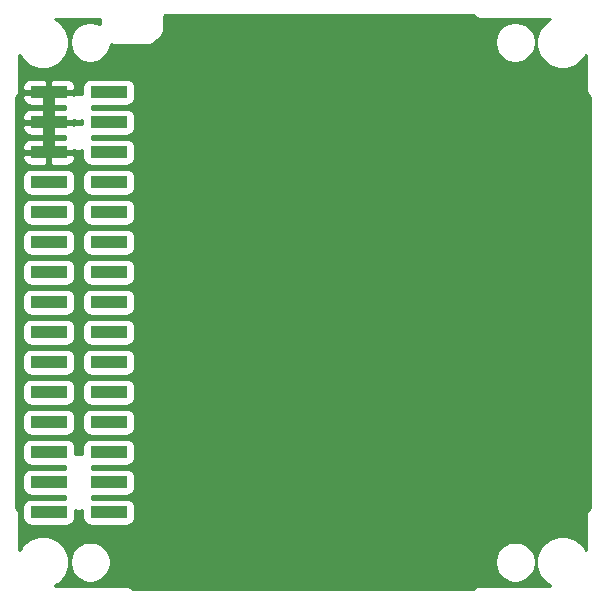
<source format=gbl>
G04 #@! TF.GenerationSoftware,KiCad,Pcbnew,(5.1.8-0-10_14)*
G04 #@! TF.CreationDate,2021-04-05T23:51:01+09:00*
G04 #@! TF.ProjectId,M5_template,4d355f74-656d-4706-9c61-74652e6b6963,ver 0.1*
G04 #@! TF.SameCoordinates,Original*
G04 #@! TF.FileFunction,Copper,L2,Bot*
G04 #@! TF.FilePolarity,Positive*
%FSLAX46Y46*%
G04 Gerber Fmt 4.6, Leading zero omitted, Abs format (unit mm)*
G04 Created by KiCad (PCBNEW (5.1.8-0-10_14)) date 2021-04-05 23:51:01*
%MOMM*%
%LPD*%
G01*
G04 APERTURE LIST*
G04 #@! TA.AperFunction,SMDPad,CuDef*
%ADD10R,3.150000X1.000000*%
G04 #@! TD*
G04 #@! TA.AperFunction,ViaPad*
%ADD11C,0.600000*%
G04 #@! TD*
G04 #@! TA.AperFunction,Conductor*
%ADD12C,1.000000*%
G04 #@! TD*
G04 #@! TA.AperFunction,Conductor*
%ADD13C,0.254000*%
G04 #@! TD*
G04 #@! TA.AperFunction,Conductor*
%ADD14C,0.100000*%
G04 #@! TD*
G04 APERTURE END LIST*
D10*
X107475000Y-90220000D03*
X112555000Y-90220000D03*
X107475000Y-92760000D03*
X112555000Y-92760000D03*
X107475000Y-95300000D03*
X112555000Y-95300000D03*
X107475000Y-97840000D03*
X112555000Y-97840000D03*
X107475000Y-100380000D03*
X112555000Y-100380000D03*
X107475000Y-102920000D03*
X112555000Y-102920000D03*
X107475000Y-105460000D03*
X112555000Y-105460000D03*
X107475000Y-108000000D03*
X112555000Y-108000000D03*
X107475000Y-110540000D03*
X112555000Y-110540000D03*
X107475000Y-113080000D03*
X112555000Y-113080000D03*
X107475000Y-115620000D03*
X112555000Y-115620000D03*
X107475000Y-118160000D03*
X112555000Y-118160000D03*
X107475000Y-120700000D03*
X112555000Y-120700000D03*
X107475000Y-123240000D03*
X112555000Y-123240000D03*
X107475000Y-125780000D03*
X112555000Y-125780000D03*
D11*
X107475000Y-90220000D03*
X107475000Y-95300000D03*
X107475000Y-92760000D03*
X107475000Y-102920000D03*
X107475000Y-100380000D03*
X107475000Y-97840000D03*
X112525000Y-90220000D03*
X112525000Y-92760000D03*
X112509000Y-95281000D03*
X112525000Y-97840000D03*
X112525000Y-100380000D03*
X112509000Y-102901000D03*
X107475000Y-105460000D03*
X112525000Y-105460000D03*
X107429000Y-107981000D03*
X112509000Y-107981000D03*
X107475000Y-110540000D03*
X112555000Y-110540000D03*
X107475000Y-113080000D03*
X112555000Y-113080000D03*
X107475000Y-115620000D03*
X112555000Y-115620000D03*
X107475000Y-118160000D03*
X112555000Y-118160000D03*
X107475000Y-120700000D03*
X107475000Y-123240000D03*
X107475000Y-125780000D03*
X112555000Y-120700000D03*
X112526500Y-123238500D03*
X112509000Y-125761000D03*
D12*
X107475000Y-90220000D02*
X107475000Y-95300000D01*
D13*
X143473288Y-83777379D02*
X143495525Y-83804475D01*
X143603637Y-83893200D01*
X143726980Y-83959128D01*
X143860816Y-83999727D01*
X143965123Y-84010000D01*
X143965124Y-84010000D01*
X143999999Y-84013435D01*
X144034874Y-84010000D01*
X149963950Y-84010000D01*
X149941331Y-84019369D01*
X149575271Y-84263962D01*
X149263962Y-84575271D01*
X149019369Y-84941331D01*
X148850890Y-85348075D01*
X148765000Y-85779872D01*
X148765000Y-86220128D01*
X148850890Y-86651925D01*
X149019369Y-87058669D01*
X149263962Y-87424729D01*
X149575271Y-87736038D01*
X149941331Y-87980631D01*
X150348075Y-88149110D01*
X150779872Y-88235000D01*
X151220128Y-88235000D01*
X151651925Y-88149110D01*
X152058669Y-87980631D01*
X152424729Y-87736038D01*
X152736038Y-87424729D01*
X152980631Y-87058669D01*
X152990000Y-87036050D01*
X152990001Y-89965115D01*
X152986565Y-90000000D01*
X153000274Y-90139184D01*
X153040872Y-90273019D01*
X153080416Y-90347000D01*
X153106801Y-90396363D01*
X153195526Y-90504475D01*
X153222617Y-90526708D01*
X153290000Y-90594091D01*
X153290001Y-125405908D01*
X153222617Y-125473292D01*
X153195526Y-125495525D01*
X153173293Y-125522616D01*
X153106801Y-125603637D01*
X153040872Y-125726981D01*
X153000274Y-125860816D01*
X152986565Y-126000000D01*
X152990001Y-126034885D01*
X152990000Y-128963950D01*
X152980631Y-128941331D01*
X152736038Y-128575271D01*
X152424729Y-128263962D01*
X152058669Y-128019369D01*
X151651925Y-127850890D01*
X151220128Y-127765000D01*
X150779872Y-127765000D01*
X150348075Y-127850890D01*
X149941331Y-128019369D01*
X149575271Y-128263962D01*
X149263962Y-128575271D01*
X149019369Y-128941331D01*
X148850890Y-129348075D01*
X148765000Y-129779872D01*
X148765000Y-130220128D01*
X148850890Y-130651925D01*
X149019369Y-131058669D01*
X149263962Y-131424729D01*
X149575271Y-131736038D01*
X149941331Y-131980631D01*
X149963950Y-131990000D01*
X144034874Y-131990000D01*
X143999999Y-131986565D01*
X143965124Y-131990000D01*
X143965123Y-131990000D01*
X143860816Y-132000273D01*
X143726980Y-132040872D01*
X143603637Y-132106800D01*
X143495525Y-132195525D01*
X143473288Y-132222621D01*
X143405909Y-132290000D01*
X114594091Y-132290000D01*
X114526712Y-132222621D01*
X114504475Y-132195525D01*
X114396363Y-132106800D01*
X114273020Y-132040872D01*
X114139184Y-132000273D01*
X114034877Y-131990000D01*
X114034875Y-131990000D01*
X114000000Y-131986565D01*
X113965125Y-131990000D01*
X108036050Y-131990000D01*
X108058669Y-131980631D01*
X108424729Y-131736038D01*
X108736038Y-131424729D01*
X108980631Y-131058669D01*
X109149110Y-130651925D01*
X109235000Y-130220128D01*
X109235000Y-129829117D01*
X109265000Y-129829117D01*
X109265000Y-130170883D01*
X109331675Y-130506081D01*
X109462463Y-130821831D01*
X109652337Y-131105998D01*
X109894002Y-131347663D01*
X110178169Y-131537537D01*
X110493919Y-131668325D01*
X110829117Y-131735000D01*
X111170883Y-131735000D01*
X111506081Y-131668325D01*
X111821831Y-131537537D01*
X112105998Y-131347663D01*
X112347663Y-131105998D01*
X112537537Y-130821831D01*
X112668325Y-130506081D01*
X112735000Y-130170883D01*
X112735000Y-129829117D01*
X145265000Y-129829117D01*
X145265000Y-130170883D01*
X145331675Y-130506081D01*
X145462463Y-130821831D01*
X145652337Y-131105998D01*
X145894002Y-131347663D01*
X146178169Y-131537537D01*
X146493919Y-131668325D01*
X146829117Y-131735000D01*
X147170883Y-131735000D01*
X147506081Y-131668325D01*
X147821831Y-131537537D01*
X148105998Y-131347663D01*
X148347663Y-131105998D01*
X148537537Y-130821831D01*
X148668325Y-130506081D01*
X148735000Y-130170883D01*
X148735000Y-129829117D01*
X148668325Y-129493919D01*
X148537537Y-129178169D01*
X148347663Y-128894002D01*
X148105998Y-128652337D01*
X147821831Y-128462463D01*
X147506081Y-128331675D01*
X147170883Y-128265000D01*
X146829117Y-128265000D01*
X146493919Y-128331675D01*
X146178169Y-128462463D01*
X145894002Y-128652337D01*
X145652337Y-128894002D01*
X145462463Y-129178169D01*
X145331675Y-129493919D01*
X145265000Y-129829117D01*
X112735000Y-129829117D01*
X112668325Y-129493919D01*
X112537537Y-129178169D01*
X112347663Y-128894002D01*
X112105998Y-128652337D01*
X111821831Y-128462463D01*
X111506081Y-128331675D01*
X111170883Y-128265000D01*
X110829117Y-128265000D01*
X110493919Y-128331675D01*
X110178169Y-128462463D01*
X109894002Y-128652337D01*
X109652337Y-128894002D01*
X109462463Y-129178169D01*
X109331675Y-129493919D01*
X109265000Y-129829117D01*
X109235000Y-129829117D01*
X109235000Y-129779872D01*
X109149110Y-129348075D01*
X108980631Y-128941331D01*
X108736038Y-128575271D01*
X108424729Y-128263962D01*
X108058669Y-128019369D01*
X107651925Y-127850890D01*
X107220128Y-127765000D01*
X106779872Y-127765000D01*
X106348075Y-127850890D01*
X105941331Y-128019369D01*
X105575271Y-128263962D01*
X105263962Y-128575271D01*
X105019369Y-128941331D01*
X105010000Y-128963950D01*
X105010000Y-126034874D01*
X105013435Y-125999999D01*
X105010000Y-125965123D01*
X104999727Y-125860816D01*
X104959128Y-125726980D01*
X104893200Y-125603637D01*
X104804475Y-125495525D01*
X104777379Y-125473288D01*
X104710000Y-125405909D01*
X104710000Y-120200000D01*
X105261928Y-120200000D01*
X105261928Y-121200000D01*
X105274188Y-121324482D01*
X105310498Y-121444180D01*
X105369463Y-121554494D01*
X105448815Y-121651185D01*
X105545506Y-121730537D01*
X105655820Y-121789502D01*
X105775518Y-121825812D01*
X105900000Y-121838072D01*
X108869006Y-121838072D01*
X108865000Y-121858212D01*
X108865000Y-122081788D01*
X108869006Y-122101928D01*
X105900000Y-122101928D01*
X105775518Y-122114188D01*
X105655820Y-122150498D01*
X105545506Y-122209463D01*
X105448815Y-122288815D01*
X105369463Y-122385506D01*
X105310498Y-122495820D01*
X105274188Y-122615518D01*
X105261928Y-122740000D01*
X105261928Y-123740000D01*
X105274188Y-123864482D01*
X105310498Y-123984180D01*
X105369463Y-124094494D01*
X105448815Y-124191185D01*
X105545506Y-124270537D01*
X105655820Y-124329502D01*
X105775518Y-124365812D01*
X105900000Y-124378072D01*
X108869006Y-124378072D01*
X108865000Y-124398212D01*
X108865000Y-124621788D01*
X108869006Y-124641928D01*
X105900000Y-124641928D01*
X105775518Y-124654188D01*
X105655820Y-124690498D01*
X105545506Y-124749463D01*
X105448815Y-124828815D01*
X105369463Y-124925506D01*
X105310498Y-125035820D01*
X105274188Y-125155518D01*
X105261928Y-125280000D01*
X105261928Y-126280000D01*
X105274188Y-126404482D01*
X105310498Y-126524180D01*
X105369463Y-126634494D01*
X105448815Y-126731185D01*
X105545506Y-126810537D01*
X105655820Y-126869502D01*
X105775518Y-126905812D01*
X105900000Y-126918072D01*
X109050000Y-126918072D01*
X109174482Y-126905812D01*
X109294180Y-126869502D01*
X109404494Y-126810537D01*
X109501185Y-126731185D01*
X109580537Y-126634494D01*
X109639502Y-126524180D01*
X109675812Y-126404482D01*
X109688072Y-126280000D01*
X109688072Y-125605190D01*
X109888212Y-125645000D01*
X110111788Y-125645000D01*
X110331067Y-125601383D01*
X110341928Y-125596884D01*
X110341928Y-126280000D01*
X110354188Y-126404482D01*
X110390498Y-126524180D01*
X110449463Y-126634494D01*
X110528815Y-126731185D01*
X110625506Y-126810537D01*
X110735820Y-126869502D01*
X110855518Y-126905812D01*
X110980000Y-126918072D01*
X114130000Y-126918072D01*
X114254482Y-126905812D01*
X114374180Y-126869502D01*
X114484494Y-126810537D01*
X114581185Y-126731185D01*
X114660537Y-126634494D01*
X114719502Y-126524180D01*
X114755812Y-126404482D01*
X114768072Y-126280000D01*
X114768072Y-125280000D01*
X114755812Y-125155518D01*
X114719502Y-125035820D01*
X114660537Y-124925506D01*
X114581185Y-124828815D01*
X114484494Y-124749463D01*
X114374180Y-124690498D01*
X114254482Y-124654188D01*
X114130000Y-124641928D01*
X111130994Y-124641928D01*
X111135000Y-124621788D01*
X111135000Y-124398212D01*
X111130994Y-124378072D01*
X114130000Y-124378072D01*
X114254482Y-124365812D01*
X114374180Y-124329502D01*
X114484494Y-124270537D01*
X114581185Y-124191185D01*
X114660537Y-124094494D01*
X114719502Y-123984180D01*
X114755812Y-123864482D01*
X114768072Y-123740000D01*
X114768072Y-122740000D01*
X114755812Y-122615518D01*
X114719502Y-122495820D01*
X114660537Y-122385506D01*
X114581185Y-122288815D01*
X114484494Y-122209463D01*
X114374180Y-122150498D01*
X114254482Y-122114188D01*
X114130000Y-122101928D01*
X111130994Y-122101928D01*
X111135000Y-122081788D01*
X111135000Y-121858212D01*
X111130994Y-121838072D01*
X114130000Y-121838072D01*
X114254482Y-121825812D01*
X114374180Y-121789502D01*
X114484494Y-121730537D01*
X114581185Y-121651185D01*
X114660537Y-121554494D01*
X114719502Y-121444180D01*
X114755812Y-121324482D01*
X114768072Y-121200000D01*
X114768072Y-120200000D01*
X114755812Y-120075518D01*
X114719502Y-119955820D01*
X114660537Y-119845506D01*
X114581185Y-119748815D01*
X114484494Y-119669463D01*
X114374180Y-119610498D01*
X114254482Y-119574188D01*
X114130000Y-119561928D01*
X110980000Y-119561928D01*
X110855518Y-119574188D01*
X110735820Y-119610498D01*
X110625506Y-119669463D01*
X110528815Y-119748815D01*
X110449463Y-119845506D01*
X110390498Y-119955820D01*
X110354188Y-120075518D01*
X110341928Y-120200000D01*
X110341928Y-120883116D01*
X110331067Y-120878617D01*
X110111788Y-120835000D01*
X109888212Y-120835000D01*
X109688072Y-120874810D01*
X109688072Y-120200000D01*
X109675812Y-120075518D01*
X109639502Y-119955820D01*
X109580537Y-119845506D01*
X109501185Y-119748815D01*
X109404494Y-119669463D01*
X109294180Y-119610498D01*
X109174482Y-119574188D01*
X109050000Y-119561928D01*
X105900000Y-119561928D01*
X105775518Y-119574188D01*
X105655820Y-119610498D01*
X105545506Y-119669463D01*
X105448815Y-119748815D01*
X105369463Y-119845506D01*
X105310498Y-119955820D01*
X105274188Y-120075518D01*
X105261928Y-120200000D01*
X104710000Y-120200000D01*
X104710000Y-117660000D01*
X105261928Y-117660000D01*
X105261928Y-118660000D01*
X105274188Y-118784482D01*
X105310498Y-118904180D01*
X105369463Y-119014494D01*
X105448815Y-119111185D01*
X105545506Y-119190537D01*
X105655820Y-119249502D01*
X105775518Y-119285812D01*
X105900000Y-119298072D01*
X109050000Y-119298072D01*
X109174482Y-119285812D01*
X109294180Y-119249502D01*
X109404494Y-119190537D01*
X109501185Y-119111185D01*
X109580537Y-119014494D01*
X109639502Y-118904180D01*
X109675812Y-118784482D01*
X109688072Y-118660000D01*
X109688072Y-117660000D01*
X110341928Y-117660000D01*
X110341928Y-118660000D01*
X110354188Y-118784482D01*
X110390498Y-118904180D01*
X110449463Y-119014494D01*
X110528815Y-119111185D01*
X110625506Y-119190537D01*
X110735820Y-119249502D01*
X110855518Y-119285812D01*
X110980000Y-119298072D01*
X114130000Y-119298072D01*
X114254482Y-119285812D01*
X114374180Y-119249502D01*
X114484494Y-119190537D01*
X114581185Y-119111185D01*
X114660537Y-119014494D01*
X114719502Y-118904180D01*
X114755812Y-118784482D01*
X114768072Y-118660000D01*
X114768072Y-117660000D01*
X114755812Y-117535518D01*
X114719502Y-117415820D01*
X114660537Y-117305506D01*
X114581185Y-117208815D01*
X114484494Y-117129463D01*
X114374180Y-117070498D01*
X114254482Y-117034188D01*
X114130000Y-117021928D01*
X110980000Y-117021928D01*
X110855518Y-117034188D01*
X110735820Y-117070498D01*
X110625506Y-117129463D01*
X110528815Y-117208815D01*
X110449463Y-117305506D01*
X110390498Y-117415820D01*
X110354188Y-117535518D01*
X110341928Y-117660000D01*
X109688072Y-117660000D01*
X109675812Y-117535518D01*
X109639502Y-117415820D01*
X109580537Y-117305506D01*
X109501185Y-117208815D01*
X109404494Y-117129463D01*
X109294180Y-117070498D01*
X109174482Y-117034188D01*
X109050000Y-117021928D01*
X105900000Y-117021928D01*
X105775518Y-117034188D01*
X105655820Y-117070498D01*
X105545506Y-117129463D01*
X105448815Y-117208815D01*
X105369463Y-117305506D01*
X105310498Y-117415820D01*
X105274188Y-117535518D01*
X105261928Y-117660000D01*
X104710000Y-117660000D01*
X104710000Y-115120000D01*
X105261928Y-115120000D01*
X105261928Y-116120000D01*
X105274188Y-116244482D01*
X105310498Y-116364180D01*
X105369463Y-116474494D01*
X105448815Y-116571185D01*
X105545506Y-116650537D01*
X105655820Y-116709502D01*
X105775518Y-116745812D01*
X105900000Y-116758072D01*
X109050000Y-116758072D01*
X109174482Y-116745812D01*
X109294180Y-116709502D01*
X109404494Y-116650537D01*
X109501185Y-116571185D01*
X109580537Y-116474494D01*
X109639502Y-116364180D01*
X109675812Y-116244482D01*
X109688072Y-116120000D01*
X109688072Y-115120000D01*
X110341928Y-115120000D01*
X110341928Y-116120000D01*
X110354188Y-116244482D01*
X110390498Y-116364180D01*
X110449463Y-116474494D01*
X110528815Y-116571185D01*
X110625506Y-116650537D01*
X110735820Y-116709502D01*
X110855518Y-116745812D01*
X110980000Y-116758072D01*
X114130000Y-116758072D01*
X114254482Y-116745812D01*
X114374180Y-116709502D01*
X114484494Y-116650537D01*
X114581185Y-116571185D01*
X114660537Y-116474494D01*
X114719502Y-116364180D01*
X114755812Y-116244482D01*
X114768072Y-116120000D01*
X114768072Y-115120000D01*
X114755812Y-114995518D01*
X114719502Y-114875820D01*
X114660537Y-114765506D01*
X114581185Y-114668815D01*
X114484494Y-114589463D01*
X114374180Y-114530498D01*
X114254482Y-114494188D01*
X114130000Y-114481928D01*
X110980000Y-114481928D01*
X110855518Y-114494188D01*
X110735820Y-114530498D01*
X110625506Y-114589463D01*
X110528815Y-114668815D01*
X110449463Y-114765506D01*
X110390498Y-114875820D01*
X110354188Y-114995518D01*
X110341928Y-115120000D01*
X109688072Y-115120000D01*
X109675812Y-114995518D01*
X109639502Y-114875820D01*
X109580537Y-114765506D01*
X109501185Y-114668815D01*
X109404494Y-114589463D01*
X109294180Y-114530498D01*
X109174482Y-114494188D01*
X109050000Y-114481928D01*
X105900000Y-114481928D01*
X105775518Y-114494188D01*
X105655820Y-114530498D01*
X105545506Y-114589463D01*
X105448815Y-114668815D01*
X105369463Y-114765506D01*
X105310498Y-114875820D01*
X105274188Y-114995518D01*
X105261928Y-115120000D01*
X104710000Y-115120000D01*
X104710000Y-112580000D01*
X105261928Y-112580000D01*
X105261928Y-113580000D01*
X105274188Y-113704482D01*
X105310498Y-113824180D01*
X105369463Y-113934494D01*
X105448815Y-114031185D01*
X105545506Y-114110537D01*
X105655820Y-114169502D01*
X105775518Y-114205812D01*
X105900000Y-114218072D01*
X109050000Y-114218072D01*
X109174482Y-114205812D01*
X109294180Y-114169502D01*
X109404494Y-114110537D01*
X109501185Y-114031185D01*
X109580537Y-113934494D01*
X109639502Y-113824180D01*
X109675812Y-113704482D01*
X109688072Y-113580000D01*
X109688072Y-112580000D01*
X110341928Y-112580000D01*
X110341928Y-113580000D01*
X110354188Y-113704482D01*
X110390498Y-113824180D01*
X110449463Y-113934494D01*
X110528815Y-114031185D01*
X110625506Y-114110537D01*
X110735820Y-114169502D01*
X110855518Y-114205812D01*
X110980000Y-114218072D01*
X114130000Y-114218072D01*
X114254482Y-114205812D01*
X114374180Y-114169502D01*
X114484494Y-114110537D01*
X114581185Y-114031185D01*
X114660537Y-113934494D01*
X114719502Y-113824180D01*
X114755812Y-113704482D01*
X114768072Y-113580000D01*
X114768072Y-112580000D01*
X114755812Y-112455518D01*
X114719502Y-112335820D01*
X114660537Y-112225506D01*
X114581185Y-112128815D01*
X114484494Y-112049463D01*
X114374180Y-111990498D01*
X114254482Y-111954188D01*
X114130000Y-111941928D01*
X110980000Y-111941928D01*
X110855518Y-111954188D01*
X110735820Y-111990498D01*
X110625506Y-112049463D01*
X110528815Y-112128815D01*
X110449463Y-112225506D01*
X110390498Y-112335820D01*
X110354188Y-112455518D01*
X110341928Y-112580000D01*
X109688072Y-112580000D01*
X109675812Y-112455518D01*
X109639502Y-112335820D01*
X109580537Y-112225506D01*
X109501185Y-112128815D01*
X109404494Y-112049463D01*
X109294180Y-111990498D01*
X109174482Y-111954188D01*
X109050000Y-111941928D01*
X105900000Y-111941928D01*
X105775518Y-111954188D01*
X105655820Y-111990498D01*
X105545506Y-112049463D01*
X105448815Y-112128815D01*
X105369463Y-112225506D01*
X105310498Y-112335820D01*
X105274188Y-112455518D01*
X105261928Y-112580000D01*
X104710000Y-112580000D01*
X104710000Y-110040000D01*
X105261928Y-110040000D01*
X105261928Y-111040000D01*
X105274188Y-111164482D01*
X105310498Y-111284180D01*
X105369463Y-111394494D01*
X105448815Y-111491185D01*
X105545506Y-111570537D01*
X105655820Y-111629502D01*
X105775518Y-111665812D01*
X105900000Y-111678072D01*
X109050000Y-111678072D01*
X109174482Y-111665812D01*
X109294180Y-111629502D01*
X109404494Y-111570537D01*
X109501185Y-111491185D01*
X109580537Y-111394494D01*
X109639502Y-111284180D01*
X109675812Y-111164482D01*
X109688072Y-111040000D01*
X109688072Y-110040000D01*
X110341928Y-110040000D01*
X110341928Y-111040000D01*
X110354188Y-111164482D01*
X110390498Y-111284180D01*
X110449463Y-111394494D01*
X110528815Y-111491185D01*
X110625506Y-111570537D01*
X110735820Y-111629502D01*
X110855518Y-111665812D01*
X110980000Y-111678072D01*
X114130000Y-111678072D01*
X114254482Y-111665812D01*
X114374180Y-111629502D01*
X114484494Y-111570537D01*
X114581185Y-111491185D01*
X114660537Y-111394494D01*
X114719502Y-111284180D01*
X114755812Y-111164482D01*
X114768072Y-111040000D01*
X114768072Y-110040000D01*
X114755812Y-109915518D01*
X114719502Y-109795820D01*
X114660537Y-109685506D01*
X114581185Y-109588815D01*
X114484494Y-109509463D01*
X114374180Y-109450498D01*
X114254482Y-109414188D01*
X114130000Y-109401928D01*
X110980000Y-109401928D01*
X110855518Y-109414188D01*
X110735820Y-109450498D01*
X110625506Y-109509463D01*
X110528815Y-109588815D01*
X110449463Y-109685506D01*
X110390498Y-109795820D01*
X110354188Y-109915518D01*
X110341928Y-110040000D01*
X109688072Y-110040000D01*
X109675812Y-109915518D01*
X109639502Y-109795820D01*
X109580537Y-109685506D01*
X109501185Y-109588815D01*
X109404494Y-109509463D01*
X109294180Y-109450498D01*
X109174482Y-109414188D01*
X109050000Y-109401928D01*
X105900000Y-109401928D01*
X105775518Y-109414188D01*
X105655820Y-109450498D01*
X105545506Y-109509463D01*
X105448815Y-109588815D01*
X105369463Y-109685506D01*
X105310498Y-109795820D01*
X105274188Y-109915518D01*
X105261928Y-110040000D01*
X104710000Y-110040000D01*
X104710000Y-107500000D01*
X105261928Y-107500000D01*
X105261928Y-108500000D01*
X105274188Y-108624482D01*
X105310498Y-108744180D01*
X105369463Y-108854494D01*
X105448815Y-108951185D01*
X105545506Y-109030537D01*
X105655820Y-109089502D01*
X105775518Y-109125812D01*
X105900000Y-109138072D01*
X109050000Y-109138072D01*
X109174482Y-109125812D01*
X109294180Y-109089502D01*
X109404494Y-109030537D01*
X109501185Y-108951185D01*
X109580537Y-108854494D01*
X109639502Y-108744180D01*
X109675812Y-108624482D01*
X109688072Y-108500000D01*
X109688072Y-107500000D01*
X110341928Y-107500000D01*
X110341928Y-108500000D01*
X110354188Y-108624482D01*
X110390498Y-108744180D01*
X110449463Y-108854494D01*
X110528815Y-108951185D01*
X110625506Y-109030537D01*
X110735820Y-109089502D01*
X110855518Y-109125812D01*
X110980000Y-109138072D01*
X114130000Y-109138072D01*
X114254482Y-109125812D01*
X114374180Y-109089502D01*
X114484494Y-109030537D01*
X114581185Y-108951185D01*
X114660537Y-108854494D01*
X114719502Y-108744180D01*
X114755812Y-108624482D01*
X114768072Y-108500000D01*
X114768072Y-107500000D01*
X114755812Y-107375518D01*
X114719502Y-107255820D01*
X114660537Y-107145506D01*
X114581185Y-107048815D01*
X114484494Y-106969463D01*
X114374180Y-106910498D01*
X114254482Y-106874188D01*
X114130000Y-106861928D01*
X110980000Y-106861928D01*
X110855518Y-106874188D01*
X110735820Y-106910498D01*
X110625506Y-106969463D01*
X110528815Y-107048815D01*
X110449463Y-107145506D01*
X110390498Y-107255820D01*
X110354188Y-107375518D01*
X110341928Y-107500000D01*
X109688072Y-107500000D01*
X109675812Y-107375518D01*
X109639502Y-107255820D01*
X109580537Y-107145506D01*
X109501185Y-107048815D01*
X109404494Y-106969463D01*
X109294180Y-106910498D01*
X109174482Y-106874188D01*
X109050000Y-106861928D01*
X105900000Y-106861928D01*
X105775518Y-106874188D01*
X105655820Y-106910498D01*
X105545506Y-106969463D01*
X105448815Y-107048815D01*
X105369463Y-107145506D01*
X105310498Y-107255820D01*
X105274188Y-107375518D01*
X105261928Y-107500000D01*
X104710000Y-107500000D01*
X104710000Y-104960000D01*
X105261928Y-104960000D01*
X105261928Y-105960000D01*
X105274188Y-106084482D01*
X105310498Y-106204180D01*
X105369463Y-106314494D01*
X105448815Y-106411185D01*
X105545506Y-106490537D01*
X105655820Y-106549502D01*
X105775518Y-106585812D01*
X105900000Y-106598072D01*
X109050000Y-106598072D01*
X109174482Y-106585812D01*
X109294180Y-106549502D01*
X109404494Y-106490537D01*
X109501185Y-106411185D01*
X109580537Y-106314494D01*
X109639502Y-106204180D01*
X109675812Y-106084482D01*
X109688072Y-105960000D01*
X109688072Y-104960000D01*
X110341928Y-104960000D01*
X110341928Y-105960000D01*
X110354188Y-106084482D01*
X110390498Y-106204180D01*
X110449463Y-106314494D01*
X110528815Y-106411185D01*
X110625506Y-106490537D01*
X110735820Y-106549502D01*
X110855518Y-106585812D01*
X110980000Y-106598072D01*
X114130000Y-106598072D01*
X114254482Y-106585812D01*
X114374180Y-106549502D01*
X114484494Y-106490537D01*
X114581185Y-106411185D01*
X114660537Y-106314494D01*
X114719502Y-106204180D01*
X114755812Y-106084482D01*
X114768072Y-105960000D01*
X114768072Y-104960000D01*
X114755812Y-104835518D01*
X114719502Y-104715820D01*
X114660537Y-104605506D01*
X114581185Y-104508815D01*
X114484494Y-104429463D01*
X114374180Y-104370498D01*
X114254482Y-104334188D01*
X114130000Y-104321928D01*
X110980000Y-104321928D01*
X110855518Y-104334188D01*
X110735820Y-104370498D01*
X110625506Y-104429463D01*
X110528815Y-104508815D01*
X110449463Y-104605506D01*
X110390498Y-104715820D01*
X110354188Y-104835518D01*
X110341928Y-104960000D01*
X109688072Y-104960000D01*
X109675812Y-104835518D01*
X109639502Y-104715820D01*
X109580537Y-104605506D01*
X109501185Y-104508815D01*
X109404494Y-104429463D01*
X109294180Y-104370498D01*
X109174482Y-104334188D01*
X109050000Y-104321928D01*
X105900000Y-104321928D01*
X105775518Y-104334188D01*
X105655820Y-104370498D01*
X105545506Y-104429463D01*
X105448815Y-104508815D01*
X105369463Y-104605506D01*
X105310498Y-104715820D01*
X105274188Y-104835518D01*
X105261928Y-104960000D01*
X104710000Y-104960000D01*
X104710000Y-102420000D01*
X105261928Y-102420000D01*
X105261928Y-103420000D01*
X105274188Y-103544482D01*
X105310498Y-103664180D01*
X105369463Y-103774494D01*
X105448815Y-103871185D01*
X105545506Y-103950537D01*
X105655820Y-104009502D01*
X105775518Y-104045812D01*
X105900000Y-104058072D01*
X109050000Y-104058072D01*
X109174482Y-104045812D01*
X109294180Y-104009502D01*
X109404494Y-103950537D01*
X109501185Y-103871185D01*
X109580537Y-103774494D01*
X109639502Y-103664180D01*
X109675812Y-103544482D01*
X109688072Y-103420000D01*
X109688072Y-102420000D01*
X110341928Y-102420000D01*
X110341928Y-103420000D01*
X110354188Y-103544482D01*
X110390498Y-103664180D01*
X110449463Y-103774494D01*
X110528815Y-103871185D01*
X110625506Y-103950537D01*
X110735820Y-104009502D01*
X110855518Y-104045812D01*
X110980000Y-104058072D01*
X114130000Y-104058072D01*
X114254482Y-104045812D01*
X114374180Y-104009502D01*
X114484494Y-103950537D01*
X114581185Y-103871185D01*
X114660537Y-103774494D01*
X114719502Y-103664180D01*
X114755812Y-103544482D01*
X114768072Y-103420000D01*
X114768072Y-102420000D01*
X114755812Y-102295518D01*
X114719502Y-102175820D01*
X114660537Y-102065506D01*
X114581185Y-101968815D01*
X114484494Y-101889463D01*
X114374180Y-101830498D01*
X114254482Y-101794188D01*
X114130000Y-101781928D01*
X110980000Y-101781928D01*
X110855518Y-101794188D01*
X110735820Y-101830498D01*
X110625506Y-101889463D01*
X110528815Y-101968815D01*
X110449463Y-102065506D01*
X110390498Y-102175820D01*
X110354188Y-102295518D01*
X110341928Y-102420000D01*
X109688072Y-102420000D01*
X109675812Y-102295518D01*
X109639502Y-102175820D01*
X109580537Y-102065506D01*
X109501185Y-101968815D01*
X109404494Y-101889463D01*
X109294180Y-101830498D01*
X109174482Y-101794188D01*
X109050000Y-101781928D01*
X105900000Y-101781928D01*
X105775518Y-101794188D01*
X105655820Y-101830498D01*
X105545506Y-101889463D01*
X105448815Y-101968815D01*
X105369463Y-102065506D01*
X105310498Y-102175820D01*
X105274188Y-102295518D01*
X105261928Y-102420000D01*
X104710000Y-102420000D01*
X104710000Y-99880000D01*
X105261928Y-99880000D01*
X105261928Y-100880000D01*
X105274188Y-101004482D01*
X105310498Y-101124180D01*
X105369463Y-101234494D01*
X105448815Y-101331185D01*
X105545506Y-101410537D01*
X105655820Y-101469502D01*
X105775518Y-101505812D01*
X105900000Y-101518072D01*
X109050000Y-101518072D01*
X109174482Y-101505812D01*
X109294180Y-101469502D01*
X109404494Y-101410537D01*
X109501185Y-101331185D01*
X109580537Y-101234494D01*
X109639502Y-101124180D01*
X109675812Y-101004482D01*
X109688072Y-100880000D01*
X109688072Y-99880000D01*
X110341928Y-99880000D01*
X110341928Y-100880000D01*
X110354188Y-101004482D01*
X110390498Y-101124180D01*
X110449463Y-101234494D01*
X110528815Y-101331185D01*
X110625506Y-101410537D01*
X110735820Y-101469502D01*
X110855518Y-101505812D01*
X110980000Y-101518072D01*
X114130000Y-101518072D01*
X114254482Y-101505812D01*
X114374180Y-101469502D01*
X114484494Y-101410537D01*
X114581185Y-101331185D01*
X114660537Y-101234494D01*
X114719502Y-101124180D01*
X114755812Y-101004482D01*
X114768072Y-100880000D01*
X114768072Y-99880000D01*
X114755812Y-99755518D01*
X114719502Y-99635820D01*
X114660537Y-99525506D01*
X114581185Y-99428815D01*
X114484494Y-99349463D01*
X114374180Y-99290498D01*
X114254482Y-99254188D01*
X114130000Y-99241928D01*
X110980000Y-99241928D01*
X110855518Y-99254188D01*
X110735820Y-99290498D01*
X110625506Y-99349463D01*
X110528815Y-99428815D01*
X110449463Y-99525506D01*
X110390498Y-99635820D01*
X110354188Y-99755518D01*
X110341928Y-99880000D01*
X109688072Y-99880000D01*
X109675812Y-99755518D01*
X109639502Y-99635820D01*
X109580537Y-99525506D01*
X109501185Y-99428815D01*
X109404494Y-99349463D01*
X109294180Y-99290498D01*
X109174482Y-99254188D01*
X109050000Y-99241928D01*
X105900000Y-99241928D01*
X105775518Y-99254188D01*
X105655820Y-99290498D01*
X105545506Y-99349463D01*
X105448815Y-99428815D01*
X105369463Y-99525506D01*
X105310498Y-99635820D01*
X105274188Y-99755518D01*
X105261928Y-99880000D01*
X104710000Y-99880000D01*
X104710000Y-97340000D01*
X105261928Y-97340000D01*
X105261928Y-98340000D01*
X105274188Y-98464482D01*
X105310498Y-98584180D01*
X105369463Y-98694494D01*
X105448815Y-98791185D01*
X105545506Y-98870537D01*
X105655820Y-98929502D01*
X105775518Y-98965812D01*
X105900000Y-98978072D01*
X109050000Y-98978072D01*
X109174482Y-98965812D01*
X109294180Y-98929502D01*
X109404494Y-98870537D01*
X109501185Y-98791185D01*
X109580537Y-98694494D01*
X109639502Y-98584180D01*
X109675812Y-98464482D01*
X109688072Y-98340000D01*
X109688072Y-97340000D01*
X110341928Y-97340000D01*
X110341928Y-98340000D01*
X110354188Y-98464482D01*
X110390498Y-98584180D01*
X110449463Y-98694494D01*
X110528815Y-98791185D01*
X110625506Y-98870537D01*
X110735820Y-98929502D01*
X110855518Y-98965812D01*
X110980000Y-98978072D01*
X114130000Y-98978072D01*
X114254482Y-98965812D01*
X114374180Y-98929502D01*
X114484494Y-98870537D01*
X114581185Y-98791185D01*
X114660537Y-98694494D01*
X114719502Y-98584180D01*
X114755812Y-98464482D01*
X114768072Y-98340000D01*
X114768072Y-97340000D01*
X114755812Y-97215518D01*
X114719502Y-97095820D01*
X114660537Y-96985506D01*
X114581185Y-96888815D01*
X114484494Y-96809463D01*
X114374180Y-96750498D01*
X114254482Y-96714188D01*
X114130000Y-96701928D01*
X110980000Y-96701928D01*
X110855518Y-96714188D01*
X110735820Y-96750498D01*
X110625506Y-96809463D01*
X110528815Y-96888815D01*
X110449463Y-96985506D01*
X110390498Y-97095820D01*
X110354188Y-97215518D01*
X110341928Y-97340000D01*
X109688072Y-97340000D01*
X109675812Y-97215518D01*
X109639502Y-97095820D01*
X109580537Y-96985506D01*
X109501185Y-96888815D01*
X109404494Y-96809463D01*
X109294180Y-96750498D01*
X109174482Y-96714188D01*
X109050000Y-96701928D01*
X105900000Y-96701928D01*
X105775518Y-96714188D01*
X105655820Y-96750498D01*
X105545506Y-96809463D01*
X105448815Y-96888815D01*
X105369463Y-96985506D01*
X105310498Y-97095820D01*
X105274188Y-97215518D01*
X105261928Y-97340000D01*
X104710000Y-97340000D01*
X104710000Y-95800000D01*
X105261928Y-95800000D01*
X105274188Y-95924482D01*
X105310498Y-96044180D01*
X105369463Y-96154494D01*
X105448815Y-96251185D01*
X105545506Y-96330537D01*
X105655820Y-96389502D01*
X105775518Y-96425812D01*
X105900000Y-96438072D01*
X107189250Y-96435000D01*
X107348000Y-96276250D01*
X107348000Y-95427000D01*
X107602000Y-95427000D01*
X107602000Y-96276250D01*
X107760750Y-96435000D01*
X109050000Y-96438072D01*
X109174482Y-96425812D01*
X109294180Y-96389502D01*
X109404494Y-96330537D01*
X109501185Y-96251185D01*
X109580537Y-96154494D01*
X109639502Y-96044180D01*
X109675812Y-95924482D01*
X109688072Y-95800000D01*
X109685000Y-95585750D01*
X109526250Y-95427000D01*
X107602000Y-95427000D01*
X107348000Y-95427000D01*
X105423750Y-95427000D01*
X105265000Y-95585750D01*
X105261928Y-95800000D01*
X104710000Y-95800000D01*
X104710000Y-94800000D01*
X105261928Y-94800000D01*
X105265000Y-95014250D01*
X105423750Y-95173000D01*
X107348000Y-95173000D01*
X107348000Y-94323750D01*
X107189250Y-94165000D01*
X105900000Y-94161928D01*
X105775518Y-94174188D01*
X105655820Y-94210498D01*
X105545506Y-94269463D01*
X105448815Y-94348815D01*
X105369463Y-94445506D01*
X105310498Y-94555820D01*
X105274188Y-94675518D01*
X105261928Y-94800000D01*
X104710000Y-94800000D01*
X104710000Y-93260000D01*
X105261928Y-93260000D01*
X105274188Y-93384482D01*
X105310498Y-93504180D01*
X105369463Y-93614494D01*
X105448815Y-93711185D01*
X105545506Y-93790537D01*
X105655820Y-93849502D01*
X105775518Y-93885812D01*
X105900000Y-93898072D01*
X107189250Y-93895000D01*
X107348000Y-93736250D01*
X107348000Y-92887000D01*
X105423750Y-92887000D01*
X105265000Y-93045750D01*
X105261928Y-93260000D01*
X104710000Y-93260000D01*
X104710000Y-92260000D01*
X105261928Y-92260000D01*
X105265000Y-92474250D01*
X105423750Y-92633000D01*
X107348000Y-92633000D01*
X107348000Y-91783750D01*
X107189250Y-91625000D01*
X105900000Y-91621928D01*
X105775518Y-91634188D01*
X105655820Y-91670498D01*
X105545506Y-91729463D01*
X105448815Y-91808815D01*
X105369463Y-91905506D01*
X105310498Y-92015820D01*
X105274188Y-92135518D01*
X105261928Y-92260000D01*
X104710000Y-92260000D01*
X104710000Y-90720000D01*
X105261928Y-90720000D01*
X105274188Y-90844482D01*
X105310498Y-90964180D01*
X105369463Y-91074494D01*
X105448815Y-91171185D01*
X105545506Y-91250537D01*
X105655820Y-91309502D01*
X105775518Y-91345812D01*
X105900000Y-91358072D01*
X107189250Y-91355000D01*
X107348000Y-91196250D01*
X107348000Y-90347000D01*
X107602000Y-90347000D01*
X107602000Y-91196250D01*
X107760750Y-91355000D01*
X108869092Y-91357641D01*
X108865000Y-91378212D01*
X108865000Y-91601788D01*
X108869092Y-91622359D01*
X107760750Y-91625000D01*
X107602000Y-91783750D01*
X107602000Y-92633000D01*
X109526250Y-92633000D01*
X109604540Y-92554710D01*
X109668933Y-92581383D01*
X109888212Y-92625000D01*
X110111788Y-92625000D01*
X110331067Y-92581383D01*
X110341928Y-92576884D01*
X110341928Y-92943116D01*
X110331067Y-92938617D01*
X110111788Y-92895000D01*
X109888212Y-92895000D01*
X109668933Y-92938617D01*
X109604540Y-92965290D01*
X109526250Y-92887000D01*
X107602000Y-92887000D01*
X107602000Y-93736250D01*
X107760750Y-93895000D01*
X108869092Y-93897641D01*
X108865000Y-93918212D01*
X108865000Y-94141788D01*
X108869092Y-94162359D01*
X107760750Y-94165000D01*
X107602000Y-94323750D01*
X107602000Y-95173000D01*
X109526250Y-95173000D01*
X109604540Y-95094710D01*
X109668933Y-95121383D01*
X109888212Y-95165000D01*
X110111788Y-95165000D01*
X110331067Y-95121383D01*
X110341928Y-95116884D01*
X110341928Y-95800000D01*
X110354188Y-95924482D01*
X110390498Y-96044180D01*
X110449463Y-96154494D01*
X110528815Y-96251185D01*
X110625506Y-96330537D01*
X110735820Y-96389502D01*
X110855518Y-96425812D01*
X110980000Y-96438072D01*
X114130000Y-96438072D01*
X114254482Y-96425812D01*
X114374180Y-96389502D01*
X114484494Y-96330537D01*
X114581185Y-96251185D01*
X114660537Y-96154494D01*
X114719502Y-96044180D01*
X114755812Y-95924482D01*
X114768072Y-95800000D01*
X114768072Y-94800000D01*
X114755812Y-94675518D01*
X114719502Y-94555820D01*
X114660537Y-94445506D01*
X114581185Y-94348815D01*
X114484494Y-94269463D01*
X114374180Y-94210498D01*
X114254482Y-94174188D01*
X114130000Y-94161928D01*
X111130994Y-94161928D01*
X111135000Y-94141788D01*
X111135000Y-93918212D01*
X111130994Y-93898072D01*
X114130000Y-93898072D01*
X114254482Y-93885812D01*
X114374180Y-93849502D01*
X114484494Y-93790537D01*
X114581185Y-93711185D01*
X114660537Y-93614494D01*
X114719502Y-93504180D01*
X114755812Y-93384482D01*
X114768072Y-93260000D01*
X114768072Y-92260000D01*
X114755812Y-92135518D01*
X114719502Y-92015820D01*
X114660537Y-91905506D01*
X114581185Y-91808815D01*
X114484494Y-91729463D01*
X114374180Y-91670498D01*
X114254482Y-91634188D01*
X114130000Y-91621928D01*
X111130994Y-91621928D01*
X111135000Y-91601788D01*
X111135000Y-91378212D01*
X111130994Y-91358072D01*
X114130000Y-91358072D01*
X114254482Y-91345812D01*
X114374180Y-91309502D01*
X114484494Y-91250537D01*
X114581185Y-91171185D01*
X114660537Y-91074494D01*
X114719502Y-90964180D01*
X114755812Y-90844482D01*
X114768072Y-90720000D01*
X114768072Y-89720000D01*
X114755812Y-89595518D01*
X114719502Y-89475820D01*
X114660537Y-89365506D01*
X114581185Y-89268815D01*
X114484494Y-89189463D01*
X114374180Y-89130498D01*
X114254482Y-89094188D01*
X114130000Y-89081928D01*
X110980000Y-89081928D01*
X110855518Y-89094188D01*
X110735820Y-89130498D01*
X110625506Y-89189463D01*
X110528815Y-89268815D01*
X110449463Y-89365506D01*
X110390498Y-89475820D01*
X110354188Y-89595518D01*
X110341928Y-89720000D01*
X110341928Y-90403116D01*
X110331067Y-90398617D01*
X110111788Y-90355000D01*
X109888212Y-90355000D01*
X109668933Y-90398617D01*
X109604540Y-90425290D01*
X109526250Y-90347000D01*
X107602000Y-90347000D01*
X107348000Y-90347000D01*
X105423750Y-90347000D01*
X105265000Y-90505750D01*
X105261928Y-90720000D01*
X104710000Y-90720000D01*
X104710000Y-90594091D01*
X104777379Y-90526712D01*
X104804475Y-90504475D01*
X104893200Y-90396363D01*
X104959128Y-90273020D01*
X104999727Y-90139184D01*
X105010000Y-90034877D01*
X105010000Y-90034876D01*
X105013435Y-90000001D01*
X105010000Y-89965126D01*
X105010000Y-89720000D01*
X105261928Y-89720000D01*
X105265000Y-89934250D01*
X105423750Y-90093000D01*
X107348000Y-90093000D01*
X107348000Y-89243750D01*
X107602000Y-89243750D01*
X107602000Y-90093000D01*
X109526250Y-90093000D01*
X109685000Y-89934250D01*
X109688072Y-89720000D01*
X109675812Y-89595518D01*
X109639502Y-89475820D01*
X109580537Y-89365506D01*
X109501185Y-89268815D01*
X109404494Y-89189463D01*
X109294180Y-89130498D01*
X109174482Y-89094188D01*
X109050000Y-89081928D01*
X107760750Y-89085000D01*
X107602000Y-89243750D01*
X107348000Y-89243750D01*
X107189250Y-89085000D01*
X105900000Y-89081928D01*
X105775518Y-89094188D01*
X105655820Y-89130498D01*
X105545506Y-89189463D01*
X105448815Y-89268815D01*
X105369463Y-89365506D01*
X105310498Y-89475820D01*
X105274188Y-89595518D01*
X105261928Y-89720000D01*
X105010000Y-89720000D01*
X105010000Y-87036050D01*
X105019369Y-87058669D01*
X105263962Y-87424729D01*
X105575271Y-87736038D01*
X105941331Y-87980631D01*
X106348075Y-88149110D01*
X106779872Y-88235000D01*
X107220128Y-88235000D01*
X107651925Y-88149110D01*
X108058669Y-87980631D01*
X108424729Y-87736038D01*
X108736038Y-87424729D01*
X108980631Y-87058669D01*
X109149110Y-86651925D01*
X109235000Y-86220128D01*
X109235000Y-85779872D01*
X109149110Y-85348075D01*
X108980631Y-84941331D01*
X108736038Y-84575271D01*
X108424729Y-84263962D01*
X108058669Y-84019369D01*
X108036050Y-84010000D01*
X111790000Y-84010000D01*
X111790001Y-84449278D01*
X111506081Y-84331675D01*
X111170883Y-84265000D01*
X110829117Y-84265000D01*
X110493919Y-84331675D01*
X110178169Y-84462463D01*
X109894002Y-84652337D01*
X109652337Y-84894002D01*
X109462463Y-85178169D01*
X109331675Y-85493919D01*
X109265000Y-85829117D01*
X109265000Y-86170883D01*
X109331675Y-86506081D01*
X109462463Y-86821831D01*
X109652337Y-87105998D01*
X109894002Y-87347663D01*
X110178169Y-87537537D01*
X110493919Y-87668325D01*
X110829117Y-87735000D01*
X111170883Y-87735000D01*
X111506081Y-87668325D01*
X111821831Y-87537537D01*
X112105998Y-87347663D01*
X112347663Y-87105998D01*
X112537537Y-86821831D01*
X112668325Y-86506081D01*
X112735000Y-86170883D01*
X112735000Y-86161561D01*
X112860816Y-86199727D01*
X112965123Y-86210000D01*
X112965125Y-86210000D01*
X113000000Y-86213435D01*
X113034875Y-86210000D01*
X115965125Y-86210000D01*
X116000000Y-86213435D01*
X116034875Y-86210000D01*
X116034877Y-86210000D01*
X116139184Y-86199727D01*
X116273020Y-86159128D01*
X116396363Y-86093200D01*
X116504475Y-86004475D01*
X116526712Y-85977379D01*
X116674974Y-85829117D01*
X145265000Y-85829117D01*
X145265000Y-86170883D01*
X145331675Y-86506081D01*
X145462463Y-86821831D01*
X145652337Y-87105998D01*
X145894002Y-87347663D01*
X146178169Y-87537537D01*
X146493919Y-87668325D01*
X146829117Y-87735000D01*
X147170883Y-87735000D01*
X147506081Y-87668325D01*
X147821831Y-87537537D01*
X148105998Y-87347663D01*
X148347663Y-87105998D01*
X148537537Y-86821831D01*
X148668325Y-86506081D01*
X148735000Y-86170883D01*
X148735000Y-85829117D01*
X148668325Y-85493919D01*
X148537537Y-85178169D01*
X148347663Y-84894002D01*
X148105998Y-84652337D01*
X147821831Y-84462463D01*
X147506081Y-84331675D01*
X147170883Y-84265000D01*
X146829117Y-84265000D01*
X146493919Y-84331675D01*
X146178169Y-84462463D01*
X145894002Y-84652337D01*
X145652337Y-84894002D01*
X145462463Y-85178169D01*
X145331675Y-85493919D01*
X145265000Y-85829117D01*
X116674974Y-85829117D01*
X116977383Y-85526708D01*
X117004474Y-85504475D01*
X117093200Y-85396363D01*
X117159128Y-85273020D01*
X117199727Y-85139184D01*
X117210000Y-85034877D01*
X117210000Y-85034875D01*
X117213435Y-85000000D01*
X117210000Y-84965125D01*
X117210000Y-83794091D01*
X117294091Y-83710000D01*
X143405909Y-83710000D01*
X143473288Y-83777379D01*
G04 #@! TA.AperFunction,Conductor*
D14*
G36*
X143473288Y-83777379D02*
G01*
X143495525Y-83804475D01*
X143603637Y-83893200D01*
X143726980Y-83959128D01*
X143860816Y-83999727D01*
X143965123Y-84010000D01*
X143965124Y-84010000D01*
X143999999Y-84013435D01*
X144034874Y-84010000D01*
X149963950Y-84010000D01*
X149941331Y-84019369D01*
X149575271Y-84263962D01*
X149263962Y-84575271D01*
X149019369Y-84941331D01*
X148850890Y-85348075D01*
X148765000Y-85779872D01*
X148765000Y-86220128D01*
X148850890Y-86651925D01*
X149019369Y-87058669D01*
X149263962Y-87424729D01*
X149575271Y-87736038D01*
X149941331Y-87980631D01*
X150348075Y-88149110D01*
X150779872Y-88235000D01*
X151220128Y-88235000D01*
X151651925Y-88149110D01*
X152058669Y-87980631D01*
X152424729Y-87736038D01*
X152736038Y-87424729D01*
X152980631Y-87058669D01*
X152990000Y-87036050D01*
X152990001Y-89965115D01*
X152986565Y-90000000D01*
X153000274Y-90139184D01*
X153040872Y-90273019D01*
X153080416Y-90347000D01*
X153106801Y-90396363D01*
X153195526Y-90504475D01*
X153222617Y-90526708D01*
X153290000Y-90594091D01*
X153290001Y-125405908D01*
X153222617Y-125473292D01*
X153195526Y-125495525D01*
X153173293Y-125522616D01*
X153106801Y-125603637D01*
X153040872Y-125726981D01*
X153000274Y-125860816D01*
X152986565Y-126000000D01*
X152990001Y-126034885D01*
X152990000Y-128963950D01*
X152980631Y-128941331D01*
X152736038Y-128575271D01*
X152424729Y-128263962D01*
X152058669Y-128019369D01*
X151651925Y-127850890D01*
X151220128Y-127765000D01*
X150779872Y-127765000D01*
X150348075Y-127850890D01*
X149941331Y-128019369D01*
X149575271Y-128263962D01*
X149263962Y-128575271D01*
X149019369Y-128941331D01*
X148850890Y-129348075D01*
X148765000Y-129779872D01*
X148765000Y-130220128D01*
X148850890Y-130651925D01*
X149019369Y-131058669D01*
X149263962Y-131424729D01*
X149575271Y-131736038D01*
X149941331Y-131980631D01*
X149963950Y-131990000D01*
X144034874Y-131990000D01*
X143999999Y-131986565D01*
X143965124Y-131990000D01*
X143965123Y-131990000D01*
X143860816Y-132000273D01*
X143726980Y-132040872D01*
X143603637Y-132106800D01*
X143495525Y-132195525D01*
X143473288Y-132222621D01*
X143405909Y-132290000D01*
X114594091Y-132290000D01*
X114526712Y-132222621D01*
X114504475Y-132195525D01*
X114396363Y-132106800D01*
X114273020Y-132040872D01*
X114139184Y-132000273D01*
X114034877Y-131990000D01*
X114034875Y-131990000D01*
X114000000Y-131986565D01*
X113965125Y-131990000D01*
X108036050Y-131990000D01*
X108058669Y-131980631D01*
X108424729Y-131736038D01*
X108736038Y-131424729D01*
X108980631Y-131058669D01*
X109149110Y-130651925D01*
X109235000Y-130220128D01*
X109235000Y-129829117D01*
X109265000Y-129829117D01*
X109265000Y-130170883D01*
X109331675Y-130506081D01*
X109462463Y-130821831D01*
X109652337Y-131105998D01*
X109894002Y-131347663D01*
X110178169Y-131537537D01*
X110493919Y-131668325D01*
X110829117Y-131735000D01*
X111170883Y-131735000D01*
X111506081Y-131668325D01*
X111821831Y-131537537D01*
X112105998Y-131347663D01*
X112347663Y-131105998D01*
X112537537Y-130821831D01*
X112668325Y-130506081D01*
X112735000Y-130170883D01*
X112735000Y-129829117D01*
X145265000Y-129829117D01*
X145265000Y-130170883D01*
X145331675Y-130506081D01*
X145462463Y-130821831D01*
X145652337Y-131105998D01*
X145894002Y-131347663D01*
X146178169Y-131537537D01*
X146493919Y-131668325D01*
X146829117Y-131735000D01*
X147170883Y-131735000D01*
X147506081Y-131668325D01*
X147821831Y-131537537D01*
X148105998Y-131347663D01*
X148347663Y-131105998D01*
X148537537Y-130821831D01*
X148668325Y-130506081D01*
X148735000Y-130170883D01*
X148735000Y-129829117D01*
X148668325Y-129493919D01*
X148537537Y-129178169D01*
X148347663Y-128894002D01*
X148105998Y-128652337D01*
X147821831Y-128462463D01*
X147506081Y-128331675D01*
X147170883Y-128265000D01*
X146829117Y-128265000D01*
X146493919Y-128331675D01*
X146178169Y-128462463D01*
X145894002Y-128652337D01*
X145652337Y-128894002D01*
X145462463Y-129178169D01*
X145331675Y-129493919D01*
X145265000Y-129829117D01*
X112735000Y-129829117D01*
X112668325Y-129493919D01*
X112537537Y-129178169D01*
X112347663Y-128894002D01*
X112105998Y-128652337D01*
X111821831Y-128462463D01*
X111506081Y-128331675D01*
X111170883Y-128265000D01*
X110829117Y-128265000D01*
X110493919Y-128331675D01*
X110178169Y-128462463D01*
X109894002Y-128652337D01*
X109652337Y-128894002D01*
X109462463Y-129178169D01*
X109331675Y-129493919D01*
X109265000Y-129829117D01*
X109235000Y-129829117D01*
X109235000Y-129779872D01*
X109149110Y-129348075D01*
X108980631Y-128941331D01*
X108736038Y-128575271D01*
X108424729Y-128263962D01*
X108058669Y-128019369D01*
X107651925Y-127850890D01*
X107220128Y-127765000D01*
X106779872Y-127765000D01*
X106348075Y-127850890D01*
X105941331Y-128019369D01*
X105575271Y-128263962D01*
X105263962Y-128575271D01*
X105019369Y-128941331D01*
X105010000Y-128963950D01*
X105010000Y-126034874D01*
X105013435Y-125999999D01*
X105010000Y-125965123D01*
X104999727Y-125860816D01*
X104959128Y-125726980D01*
X104893200Y-125603637D01*
X104804475Y-125495525D01*
X104777379Y-125473288D01*
X104710000Y-125405909D01*
X104710000Y-120200000D01*
X105261928Y-120200000D01*
X105261928Y-121200000D01*
X105274188Y-121324482D01*
X105310498Y-121444180D01*
X105369463Y-121554494D01*
X105448815Y-121651185D01*
X105545506Y-121730537D01*
X105655820Y-121789502D01*
X105775518Y-121825812D01*
X105900000Y-121838072D01*
X108869006Y-121838072D01*
X108865000Y-121858212D01*
X108865000Y-122081788D01*
X108869006Y-122101928D01*
X105900000Y-122101928D01*
X105775518Y-122114188D01*
X105655820Y-122150498D01*
X105545506Y-122209463D01*
X105448815Y-122288815D01*
X105369463Y-122385506D01*
X105310498Y-122495820D01*
X105274188Y-122615518D01*
X105261928Y-122740000D01*
X105261928Y-123740000D01*
X105274188Y-123864482D01*
X105310498Y-123984180D01*
X105369463Y-124094494D01*
X105448815Y-124191185D01*
X105545506Y-124270537D01*
X105655820Y-124329502D01*
X105775518Y-124365812D01*
X105900000Y-124378072D01*
X108869006Y-124378072D01*
X108865000Y-124398212D01*
X108865000Y-124621788D01*
X108869006Y-124641928D01*
X105900000Y-124641928D01*
X105775518Y-124654188D01*
X105655820Y-124690498D01*
X105545506Y-124749463D01*
X105448815Y-124828815D01*
X105369463Y-124925506D01*
X105310498Y-125035820D01*
X105274188Y-125155518D01*
X105261928Y-125280000D01*
X105261928Y-126280000D01*
X105274188Y-126404482D01*
X105310498Y-126524180D01*
X105369463Y-126634494D01*
X105448815Y-126731185D01*
X105545506Y-126810537D01*
X105655820Y-126869502D01*
X105775518Y-126905812D01*
X105900000Y-126918072D01*
X109050000Y-126918072D01*
X109174482Y-126905812D01*
X109294180Y-126869502D01*
X109404494Y-126810537D01*
X109501185Y-126731185D01*
X109580537Y-126634494D01*
X109639502Y-126524180D01*
X109675812Y-126404482D01*
X109688072Y-126280000D01*
X109688072Y-125605190D01*
X109888212Y-125645000D01*
X110111788Y-125645000D01*
X110331067Y-125601383D01*
X110341928Y-125596884D01*
X110341928Y-126280000D01*
X110354188Y-126404482D01*
X110390498Y-126524180D01*
X110449463Y-126634494D01*
X110528815Y-126731185D01*
X110625506Y-126810537D01*
X110735820Y-126869502D01*
X110855518Y-126905812D01*
X110980000Y-126918072D01*
X114130000Y-126918072D01*
X114254482Y-126905812D01*
X114374180Y-126869502D01*
X114484494Y-126810537D01*
X114581185Y-126731185D01*
X114660537Y-126634494D01*
X114719502Y-126524180D01*
X114755812Y-126404482D01*
X114768072Y-126280000D01*
X114768072Y-125280000D01*
X114755812Y-125155518D01*
X114719502Y-125035820D01*
X114660537Y-124925506D01*
X114581185Y-124828815D01*
X114484494Y-124749463D01*
X114374180Y-124690498D01*
X114254482Y-124654188D01*
X114130000Y-124641928D01*
X111130994Y-124641928D01*
X111135000Y-124621788D01*
X111135000Y-124398212D01*
X111130994Y-124378072D01*
X114130000Y-124378072D01*
X114254482Y-124365812D01*
X114374180Y-124329502D01*
X114484494Y-124270537D01*
X114581185Y-124191185D01*
X114660537Y-124094494D01*
X114719502Y-123984180D01*
X114755812Y-123864482D01*
X114768072Y-123740000D01*
X114768072Y-122740000D01*
X114755812Y-122615518D01*
X114719502Y-122495820D01*
X114660537Y-122385506D01*
X114581185Y-122288815D01*
X114484494Y-122209463D01*
X114374180Y-122150498D01*
X114254482Y-122114188D01*
X114130000Y-122101928D01*
X111130994Y-122101928D01*
X111135000Y-122081788D01*
X111135000Y-121858212D01*
X111130994Y-121838072D01*
X114130000Y-121838072D01*
X114254482Y-121825812D01*
X114374180Y-121789502D01*
X114484494Y-121730537D01*
X114581185Y-121651185D01*
X114660537Y-121554494D01*
X114719502Y-121444180D01*
X114755812Y-121324482D01*
X114768072Y-121200000D01*
X114768072Y-120200000D01*
X114755812Y-120075518D01*
X114719502Y-119955820D01*
X114660537Y-119845506D01*
X114581185Y-119748815D01*
X114484494Y-119669463D01*
X114374180Y-119610498D01*
X114254482Y-119574188D01*
X114130000Y-119561928D01*
X110980000Y-119561928D01*
X110855518Y-119574188D01*
X110735820Y-119610498D01*
X110625506Y-119669463D01*
X110528815Y-119748815D01*
X110449463Y-119845506D01*
X110390498Y-119955820D01*
X110354188Y-120075518D01*
X110341928Y-120200000D01*
X110341928Y-120883116D01*
X110331067Y-120878617D01*
X110111788Y-120835000D01*
X109888212Y-120835000D01*
X109688072Y-120874810D01*
X109688072Y-120200000D01*
X109675812Y-120075518D01*
X109639502Y-119955820D01*
X109580537Y-119845506D01*
X109501185Y-119748815D01*
X109404494Y-119669463D01*
X109294180Y-119610498D01*
X109174482Y-119574188D01*
X109050000Y-119561928D01*
X105900000Y-119561928D01*
X105775518Y-119574188D01*
X105655820Y-119610498D01*
X105545506Y-119669463D01*
X105448815Y-119748815D01*
X105369463Y-119845506D01*
X105310498Y-119955820D01*
X105274188Y-120075518D01*
X105261928Y-120200000D01*
X104710000Y-120200000D01*
X104710000Y-117660000D01*
X105261928Y-117660000D01*
X105261928Y-118660000D01*
X105274188Y-118784482D01*
X105310498Y-118904180D01*
X105369463Y-119014494D01*
X105448815Y-119111185D01*
X105545506Y-119190537D01*
X105655820Y-119249502D01*
X105775518Y-119285812D01*
X105900000Y-119298072D01*
X109050000Y-119298072D01*
X109174482Y-119285812D01*
X109294180Y-119249502D01*
X109404494Y-119190537D01*
X109501185Y-119111185D01*
X109580537Y-119014494D01*
X109639502Y-118904180D01*
X109675812Y-118784482D01*
X109688072Y-118660000D01*
X109688072Y-117660000D01*
X110341928Y-117660000D01*
X110341928Y-118660000D01*
X110354188Y-118784482D01*
X110390498Y-118904180D01*
X110449463Y-119014494D01*
X110528815Y-119111185D01*
X110625506Y-119190537D01*
X110735820Y-119249502D01*
X110855518Y-119285812D01*
X110980000Y-119298072D01*
X114130000Y-119298072D01*
X114254482Y-119285812D01*
X114374180Y-119249502D01*
X114484494Y-119190537D01*
X114581185Y-119111185D01*
X114660537Y-119014494D01*
X114719502Y-118904180D01*
X114755812Y-118784482D01*
X114768072Y-118660000D01*
X114768072Y-117660000D01*
X114755812Y-117535518D01*
X114719502Y-117415820D01*
X114660537Y-117305506D01*
X114581185Y-117208815D01*
X114484494Y-117129463D01*
X114374180Y-117070498D01*
X114254482Y-117034188D01*
X114130000Y-117021928D01*
X110980000Y-117021928D01*
X110855518Y-117034188D01*
X110735820Y-117070498D01*
X110625506Y-117129463D01*
X110528815Y-117208815D01*
X110449463Y-117305506D01*
X110390498Y-117415820D01*
X110354188Y-117535518D01*
X110341928Y-117660000D01*
X109688072Y-117660000D01*
X109675812Y-117535518D01*
X109639502Y-117415820D01*
X109580537Y-117305506D01*
X109501185Y-117208815D01*
X109404494Y-117129463D01*
X109294180Y-117070498D01*
X109174482Y-117034188D01*
X109050000Y-117021928D01*
X105900000Y-117021928D01*
X105775518Y-117034188D01*
X105655820Y-117070498D01*
X105545506Y-117129463D01*
X105448815Y-117208815D01*
X105369463Y-117305506D01*
X105310498Y-117415820D01*
X105274188Y-117535518D01*
X105261928Y-117660000D01*
X104710000Y-117660000D01*
X104710000Y-115120000D01*
X105261928Y-115120000D01*
X105261928Y-116120000D01*
X105274188Y-116244482D01*
X105310498Y-116364180D01*
X105369463Y-116474494D01*
X105448815Y-116571185D01*
X105545506Y-116650537D01*
X105655820Y-116709502D01*
X105775518Y-116745812D01*
X105900000Y-116758072D01*
X109050000Y-116758072D01*
X109174482Y-116745812D01*
X109294180Y-116709502D01*
X109404494Y-116650537D01*
X109501185Y-116571185D01*
X109580537Y-116474494D01*
X109639502Y-116364180D01*
X109675812Y-116244482D01*
X109688072Y-116120000D01*
X109688072Y-115120000D01*
X110341928Y-115120000D01*
X110341928Y-116120000D01*
X110354188Y-116244482D01*
X110390498Y-116364180D01*
X110449463Y-116474494D01*
X110528815Y-116571185D01*
X110625506Y-116650537D01*
X110735820Y-116709502D01*
X110855518Y-116745812D01*
X110980000Y-116758072D01*
X114130000Y-116758072D01*
X114254482Y-116745812D01*
X114374180Y-116709502D01*
X114484494Y-116650537D01*
X114581185Y-116571185D01*
X114660537Y-116474494D01*
X114719502Y-116364180D01*
X114755812Y-116244482D01*
X114768072Y-116120000D01*
X114768072Y-115120000D01*
X114755812Y-114995518D01*
X114719502Y-114875820D01*
X114660537Y-114765506D01*
X114581185Y-114668815D01*
X114484494Y-114589463D01*
X114374180Y-114530498D01*
X114254482Y-114494188D01*
X114130000Y-114481928D01*
X110980000Y-114481928D01*
X110855518Y-114494188D01*
X110735820Y-114530498D01*
X110625506Y-114589463D01*
X110528815Y-114668815D01*
X110449463Y-114765506D01*
X110390498Y-114875820D01*
X110354188Y-114995518D01*
X110341928Y-115120000D01*
X109688072Y-115120000D01*
X109675812Y-114995518D01*
X109639502Y-114875820D01*
X109580537Y-114765506D01*
X109501185Y-114668815D01*
X109404494Y-114589463D01*
X109294180Y-114530498D01*
X109174482Y-114494188D01*
X109050000Y-114481928D01*
X105900000Y-114481928D01*
X105775518Y-114494188D01*
X105655820Y-114530498D01*
X105545506Y-114589463D01*
X105448815Y-114668815D01*
X105369463Y-114765506D01*
X105310498Y-114875820D01*
X105274188Y-114995518D01*
X105261928Y-115120000D01*
X104710000Y-115120000D01*
X104710000Y-112580000D01*
X105261928Y-112580000D01*
X105261928Y-113580000D01*
X105274188Y-113704482D01*
X105310498Y-113824180D01*
X105369463Y-113934494D01*
X105448815Y-114031185D01*
X105545506Y-114110537D01*
X105655820Y-114169502D01*
X105775518Y-114205812D01*
X105900000Y-114218072D01*
X109050000Y-114218072D01*
X109174482Y-114205812D01*
X109294180Y-114169502D01*
X109404494Y-114110537D01*
X109501185Y-114031185D01*
X109580537Y-113934494D01*
X109639502Y-113824180D01*
X109675812Y-113704482D01*
X109688072Y-113580000D01*
X109688072Y-112580000D01*
X110341928Y-112580000D01*
X110341928Y-113580000D01*
X110354188Y-113704482D01*
X110390498Y-113824180D01*
X110449463Y-113934494D01*
X110528815Y-114031185D01*
X110625506Y-114110537D01*
X110735820Y-114169502D01*
X110855518Y-114205812D01*
X110980000Y-114218072D01*
X114130000Y-114218072D01*
X114254482Y-114205812D01*
X114374180Y-114169502D01*
X114484494Y-114110537D01*
X114581185Y-114031185D01*
X114660537Y-113934494D01*
X114719502Y-113824180D01*
X114755812Y-113704482D01*
X114768072Y-113580000D01*
X114768072Y-112580000D01*
X114755812Y-112455518D01*
X114719502Y-112335820D01*
X114660537Y-112225506D01*
X114581185Y-112128815D01*
X114484494Y-112049463D01*
X114374180Y-111990498D01*
X114254482Y-111954188D01*
X114130000Y-111941928D01*
X110980000Y-111941928D01*
X110855518Y-111954188D01*
X110735820Y-111990498D01*
X110625506Y-112049463D01*
X110528815Y-112128815D01*
X110449463Y-112225506D01*
X110390498Y-112335820D01*
X110354188Y-112455518D01*
X110341928Y-112580000D01*
X109688072Y-112580000D01*
X109675812Y-112455518D01*
X109639502Y-112335820D01*
X109580537Y-112225506D01*
X109501185Y-112128815D01*
X109404494Y-112049463D01*
X109294180Y-111990498D01*
X109174482Y-111954188D01*
X109050000Y-111941928D01*
X105900000Y-111941928D01*
X105775518Y-111954188D01*
X105655820Y-111990498D01*
X105545506Y-112049463D01*
X105448815Y-112128815D01*
X105369463Y-112225506D01*
X105310498Y-112335820D01*
X105274188Y-112455518D01*
X105261928Y-112580000D01*
X104710000Y-112580000D01*
X104710000Y-110040000D01*
X105261928Y-110040000D01*
X105261928Y-111040000D01*
X105274188Y-111164482D01*
X105310498Y-111284180D01*
X105369463Y-111394494D01*
X105448815Y-111491185D01*
X105545506Y-111570537D01*
X105655820Y-111629502D01*
X105775518Y-111665812D01*
X105900000Y-111678072D01*
X109050000Y-111678072D01*
X109174482Y-111665812D01*
X109294180Y-111629502D01*
X109404494Y-111570537D01*
X109501185Y-111491185D01*
X109580537Y-111394494D01*
X109639502Y-111284180D01*
X109675812Y-111164482D01*
X109688072Y-111040000D01*
X109688072Y-110040000D01*
X110341928Y-110040000D01*
X110341928Y-111040000D01*
X110354188Y-111164482D01*
X110390498Y-111284180D01*
X110449463Y-111394494D01*
X110528815Y-111491185D01*
X110625506Y-111570537D01*
X110735820Y-111629502D01*
X110855518Y-111665812D01*
X110980000Y-111678072D01*
X114130000Y-111678072D01*
X114254482Y-111665812D01*
X114374180Y-111629502D01*
X114484494Y-111570537D01*
X114581185Y-111491185D01*
X114660537Y-111394494D01*
X114719502Y-111284180D01*
X114755812Y-111164482D01*
X114768072Y-111040000D01*
X114768072Y-110040000D01*
X114755812Y-109915518D01*
X114719502Y-109795820D01*
X114660537Y-109685506D01*
X114581185Y-109588815D01*
X114484494Y-109509463D01*
X114374180Y-109450498D01*
X114254482Y-109414188D01*
X114130000Y-109401928D01*
X110980000Y-109401928D01*
X110855518Y-109414188D01*
X110735820Y-109450498D01*
X110625506Y-109509463D01*
X110528815Y-109588815D01*
X110449463Y-109685506D01*
X110390498Y-109795820D01*
X110354188Y-109915518D01*
X110341928Y-110040000D01*
X109688072Y-110040000D01*
X109675812Y-109915518D01*
X109639502Y-109795820D01*
X109580537Y-109685506D01*
X109501185Y-109588815D01*
X109404494Y-109509463D01*
X109294180Y-109450498D01*
X109174482Y-109414188D01*
X109050000Y-109401928D01*
X105900000Y-109401928D01*
X105775518Y-109414188D01*
X105655820Y-109450498D01*
X105545506Y-109509463D01*
X105448815Y-109588815D01*
X105369463Y-109685506D01*
X105310498Y-109795820D01*
X105274188Y-109915518D01*
X105261928Y-110040000D01*
X104710000Y-110040000D01*
X104710000Y-107500000D01*
X105261928Y-107500000D01*
X105261928Y-108500000D01*
X105274188Y-108624482D01*
X105310498Y-108744180D01*
X105369463Y-108854494D01*
X105448815Y-108951185D01*
X105545506Y-109030537D01*
X105655820Y-109089502D01*
X105775518Y-109125812D01*
X105900000Y-109138072D01*
X109050000Y-109138072D01*
X109174482Y-109125812D01*
X109294180Y-109089502D01*
X109404494Y-109030537D01*
X109501185Y-108951185D01*
X109580537Y-108854494D01*
X109639502Y-108744180D01*
X109675812Y-108624482D01*
X109688072Y-108500000D01*
X109688072Y-107500000D01*
X110341928Y-107500000D01*
X110341928Y-108500000D01*
X110354188Y-108624482D01*
X110390498Y-108744180D01*
X110449463Y-108854494D01*
X110528815Y-108951185D01*
X110625506Y-109030537D01*
X110735820Y-109089502D01*
X110855518Y-109125812D01*
X110980000Y-109138072D01*
X114130000Y-109138072D01*
X114254482Y-109125812D01*
X114374180Y-109089502D01*
X114484494Y-109030537D01*
X114581185Y-108951185D01*
X114660537Y-108854494D01*
X114719502Y-108744180D01*
X114755812Y-108624482D01*
X114768072Y-108500000D01*
X114768072Y-107500000D01*
X114755812Y-107375518D01*
X114719502Y-107255820D01*
X114660537Y-107145506D01*
X114581185Y-107048815D01*
X114484494Y-106969463D01*
X114374180Y-106910498D01*
X114254482Y-106874188D01*
X114130000Y-106861928D01*
X110980000Y-106861928D01*
X110855518Y-106874188D01*
X110735820Y-106910498D01*
X110625506Y-106969463D01*
X110528815Y-107048815D01*
X110449463Y-107145506D01*
X110390498Y-107255820D01*
X110354188Y-107375518D01*
X110341928Y-107500000D01*
X109688072Y-107500000D01*
X109675812Y-107375518D01*
X109639502Y-107255820D01*
X109580537Y-107145506D01*
X109501185Y-107048815D01*
X109404494Y-106969463D01*
X109294180Y-106910498D01*
X109174482Y-106874188D01*
X109050000Y-106861928D01*
X105900000Y-106861928D01*
X105775518Y-106874188D01*
X105655820Y-106910498D01*
X105545506Y-106969463D01*
X105448815Y-107048815D01*
X105369463Y-107145506D01*
X105310498Y-107255820D01*
X105274188Y-107375518D01*
X105261928Y-107500000D01*
X104710000Y-107500000D01*
X104710000Y-104960000D01*
X105261928Y-104960000D01*
X105261928Y-105960000D01*
X105274188Y-106084482D01*
X105310498Y-106204180D01*
X105369463Y-106314494D01*
X105448815Y-106411185D01*
X105545506Y-106490537D01*
X105655820Y-106549502D01*
X105775518Y-106585812D01*
X105900000Y-106598072D01*
X109050000Y-106598072D01*
X109174482Y-106585812D01*
X109294180Y-106549502D01*
X109404494Y-106490537D01*
X109501185Y-106411185D01*
X109580537Y-106314494D01*
X109639502Y-106204180D01*
X109675812Y-106084482D01*
X109688072Y-105960000D01*
X109688072Y-104960000D01*
X110341928Y-104960000D01*
X110341928Y-105960000D01*
X110354188Y-106084482D01*
X110390498Y-106204180D01*
X110449463Y-106314494D01*
X110528815Y-106411185D01*
X110625506Y-106490537D01*
X110735820Y-106549502D01*
X110855518Y-106585812D01*
X110980000Y-106598072D01*
X114130000Y-106598072D01*
X114254482Y-106585812D01*
X114374180Y-106549502D01*
X114484494Y-106490537D01*
X114581185Y-106411185D01*
X114660537Y-106314494D01*
X114719502Y-106204180D01*
X114755812Y-106084482D01*
X114768072Y-105960000D01*
X114768072Y-104960000D01*
X114755812Y-104835518D01*
X114719502Y-104715820D01*
X114660537Y-104605506D01*
X114581185Y-104508815D01*
X114484494Y-104429463D01*
X114374180Y-104370498D01*
X114254482Y-104334188D01*
X114130000Y-104321928D01*
X110980000Y-104321928D01*
X110855518Y-104334188D01*
X110735820Y-104370498D01*
X110625506Y-104429463D01*
X110528815Y-104508815D01*
X110449463Y-104605506D01*
X110390498Y-104715820D01*
X110354188Y-104835518D01*
X110341928Y-104960000D01*
X109688072Y-104960000D01*
X109675812Y-104835518D01*
X109639502Y-104715820D01*
X109580537Y-104605506D01*
X109501185Y-104508815D01*
X109404494Y-104429463D01*
X109294180Y-104370498D01*
X109174482Y-104334188D01*
X109050000Y-104321928D01*
X105900000Y-104321928D01*
X105775518Y-104334188D01*
X105655820Y-104370498D01*
X105545506Y-104429463D01*
X105448815Y-104508815D01*
X105369463Y-104605506D01*
X105310498Y-104715820D01*
X105274188Y-104835518D01*
X105261928Y-104960000D01*
X104710000Y-104960000D01*
X104710000Y-102420000D01*
X105261928Y-102420000D01*
X105261928Y-103420000D01*
X105274188Y-103544482D01*
X105310498Y-103664180D01*
X105369463Y-103774494D01*
X105448815Y-103871185D01*
X105545506Y-103950537D01*
X105655820Y-104009502D01*
X105775518Y-104045812D01*
X105900000Y-104058072D01*
X109050000Y-104058072D01*
X109174482Y-104045812D01*
X109294180Y-104009502D01*
X109404494Y-103950537D01*
X109501185Y-103871185D01*
X109580537Y-103774494D01*
X109639502Y-103664180D01*
X109675812Y-103544482D01*
X109688072Y-103420000D01*
X109688072Y-102420000D01*
X110341928Y-102420000D01*
X110341928Y-103420000D01*
X110354188Y-103544482D01*
X110390498Y-103664180D01*
X110449463Y-103774494D01*
X110528815Y-103871185D01*
X110625506Y-103950537D01*
X110735820Y-104009502D01*
X110855518Y-104045812D01*
X110980000Y-104058072D01*
X114130000Y-104058072D01*
X114254482Y-104045812D01*
X114374180Y-104009502D01*
X114484494Y-103950537D01*
X114581185Y-103871185D01*
X114660537Y-103774494D01*
X114719502Y-103664180D01*
X114755812Y-103544482D01*
X114768072Y-103420000D01*
X114768072Y-102420000D01*
X114755812Y-102295518D01*
X114719502Y-102175820D01*
X114660537Y-102065506D01*
X114581185Y-101968815D01*
X114484494Y-101889463D01*
X114374180Y-101830498D01*
X114254482Y-101794188D01*
X114130000Y-101781928D01*
X110980000Y-101781928D01*
X110855518Y-101794188D01*
X110735820Y-101830498D01*
X110625506Y-101889463D01*
X110528815Y-101968815D01*
X110449463Y-102065506D01*
X110390498Y-102175820D01*
X110354188Y-102295518D01*
X110341928Y-102420000D01*
X109688072Y-102420000D01*
X109675812Y-102295518D01*
X109639502Y-102175820D01*
X109580537Y-102065506D01*
X109501185Y-101968815D01*
X109404494Y-101889463D01*
X109294180Y-101830498D01*
X109174482Y-101794188D01*
X109050000Y-101781928D01*
X105900000Y-101781928D01*
X105775518Y-101794188D01*
X105655820Y-101830498D01*
X105545506Y-101889463D01*
X105448815Y-101968815D01*
X105369463Y-102065506D01*
X105310498Y-102175820D01*
X105274188Y-102295518D01*
X105261928Y-102420000D01*
X104710000Y-102420000D01*
X104710000Y-99880000D01*
X105261928Y-99880000D01*
X105261928Y-100880000D01*
X105274188Y-101004482D01*
X105310498Y-101124180D01*
X105369463Y-101234494D01*
X105448815Y-101331185D01*
X105545506Y-101410537D01*
X105655820Y-101469502D01*
X105775518Y-101505812D01*
X105900000Y-101518072D01*
X109050000Y-101518072D01*
X109174482Y-101505812D01*
X109294180Y-101469502D01*
X109404494Y-101410537D01*
X109501185Y-101331185D01*
X109580537Y-101234494D01*
X109639502Y-101124180D01*
X109675812Y-101004482D01*
X109688072Y-100880000D01*
X109688072Y-99880000D01*
X110341928Y-99880000D01*
X110341928Y-100880000D01*
X110354188Y-101004482D01*
X110390498Y-101124180D01*
X110449463Y-101234494D01*
X110528815Y-101331185D01*
X110625506Y-101410537D01*
X110735820Y-101469502D01*
X110855518Y-101505812D01*
X110980000Y-101518072D01*
X114130000Y-101518072D01*
X114254482Y-101505812D01*
X114374180Y-101469502D01*
X114484494Y-101410537D01*
X114581185Y-101331185D01*
X114660537Y-101234494D01*
X114719502Y-101124180D01*
X114755812Y-101004482D01*
X114768072Y-100880000D01*
X114768072Y-99880000D01*
X114755812Y-99755518D01*
X114719502Y-99635820D01*
X114660537Y-99525506D01*
X114581185Y-99428815D01*
X114484494Y-99349463D01*
X114374180Y-99290498D01*
X114254482Y-99254188D01*
X114130000Y-99241928D01*
X110980000Y-99241928D01*
X110855518Y-99254188D01*
X110735820Y-99290498D01*
X110625506Y-99349463D01*
X110528815Y-99428815D01*
X110449463Y-99525506D01*
X110390498Y-99635820D01*
X110354188Y-99755518D01*
X110341928Y-99880000D01*
X109688072Y-99880000D01*
X109675812Y-99755518D01*
X109639502Y-99635820D01*
X109580537Y-99525506D01*
X109501185Y-99428815D01*
X109404494Y-99349463D01*
X109294180Y-99290498D01*
X109174482Y-99254188D01*
X109050000Y-99241928D01*
X105900000Y-99241928D01*
X105775518Y-99254188D01*
X105655820Y-99290498D01*
X105545506Y-99349463D01*
X105448815Y-99428815D01*
X105369463Y-99525506D01*
X105310498Y-99635820D01*
X105274188Y-99755518D01*
X105261928Y-99880000D01*
X104710000Y-99880000D01*
X104710000Y-97340000D01*
X105261928Y-97340000D01*
X105261928Y-98340000D01*
X105274188Y-98464482D01*
X105310498Y-98584180D01*
X105369463Y-98694494D01*
X105448815Y-98791185D01*
X105545506Y-98870537D01*
X105655820Y-98929502D01*
X105775518Y-98965812D01*
X105900000Y-98978072D01*
X109050000Y-98978072D01*
X109174482Y-98965812D01*
X109294180Y-98929502D01*
X109404494Y-98870537D01*
X109501185Y-98791185D01*
X109580537Y-98694494D01*
X109639502Y-98584180D01*
X109675812Y-98464482D01*
X109688072Y-98340000D01*
X109688072Y-97340000D01*
X110341928Y-97340000D01*
X110341928Y-98340000D01*
X110354188Y-98464482D01*
X110390498Y-98584180D01*
X110449463Y-98694494D01*
X110528815Y-98791185D01*
X110625506Y-98870537D01*
X110735820Y-98929502D01*
X110855518Y-98965812D01*
X110980000Y-98978072D01*
X114130000Y-98978072D01*
X114254482Y-98965812D01*
X114374180Y-98929502D01*
X114484494Y-98870537D01*
X114581185Y-98791185D01*
X114660537Y-98694494D01*
X114719502Y-98584180D01*
X114755812Y-98464482D01*
X114768072Y-98340000D01*
X114768072Y-97340000D01*
X114755812Y-97215518D01*
X114719502Y-97095820D01*
X114660537Y-96985506D01*
X114581185Y-96888815D01*
X114484494Y-96809463D01*
X114374180Y-96750498D01*
X114254482Y-96714188D01*
X114130000Y-96701928D01*
X110980000Y-96701928D01*
X110855518Y-96714188D01*
X110735820Y-96750498D01*
X110625506Y-96809463D01*
X110528815Y-96888815D01*
X110449463Y-96985506D01*
X110390498Y-97095820D01*
X110354188Y-97215518D01*
X110341928Y-97340000D01*
X109688072Y-97340000D01*
X109675812Y-97215518D01*
X109639502Y-97095820D01*
X109580537Y-96985506D01*
X109501185Y-96888815D01*
X109404494Y-96809463D01*
X109294180Y-96750498D01*
X109174482Y-96714188D01*
X109050000Y-96701928D01*
X105900000Y-96701928D01*
X105775518Y-96714188D01*
X105655820Y-96750498D01*
X105545506Y-96809463D01*
X105448815Y-96888815D01*
X105369463Y-96985506D01*
X105310498Y-97095820D01*
X105274188Y-97215518D01*
X105261928Y-97340000D01*
X104710000Y-97340000D01*
X104710000Y-95800000D01*
X105261928Y-95800000D01*
X105274188Y-95924482D01*
X105310498Y-96044180D01*
X105369463Y-96154494D01*
X105448815Y-96251185D01*
X105545506Y-96330537D01*
X105655820Y-96389502D01*
X105775518Y-96425812D01*
X105900000Y-96438072D01*
X107189250Y-96435000D01*
X107348000Y-96276250D01*
X107348000Y-95427000D01*
X107602000Y-95427000D01*
X107602000Y-96276250D01*
X107760750Y-96435000D01*
X109050000Y-96438072D01*
X109174482Y-96425812D01*
X109294180Y-96389502D01*
X109404494Y-96330537D01*
X109501185Y-96251185D01*
X109580537Y-96154494D01*
X109639502Y-96044180D01*
X109675812Y-95924482D01*
X109688072Y-95800000D01*
X109685000Y-95585750D01*
X109526250Y-95427000D01*
X107602000Y-95427000D01*
X107348000Y-95427000D01*
X105423750Y-95427000D01*
X105265000Y-95585750D01*
X105261928Y-95800000D01*
X104710000Y-95800000D01*
X104710000Y-94800000D01*
X105261928Y-94800000D01*
X105265000Y-95014250D01*
X105423750Y-95173000D01*
X107348000Y-95173000D01*
X107348000Y-94323750D01*
X107189250Y-94165000D01*
X105900000Y-94161928D01*
X105775518Y-94174188D01*
X105655820Y-94210498D01*
X105545506Y-94269463D01*
X105448815Y-94348815D01*
X105369463Y-94445506D01*
X105310498Y-94555820D01*
X105274188Y-94675518D01*
X105261928Y-94800000D01*
X104710000Y-94800000D01*
X104710000Y-93260000D01*
X105261928Y-93260000D01*
X105274188Y-93384482D01*
X105310498Y-93504180D01*
X105369463Y-93614494D01*
X105448815Y-93711185D01*
X105545506Y-93790537D01*
X105655820Y-93849502D01*
X105775518Y-93885812D01*
X105900000Y-93898072D01*
X107189250Y-93895000D01*
X107348000Y-93736250D01*
X107348000Y-92887000D01*
X105423750Y-92887000D01*
X105265000Y-93045750D01*
X105261928Y-93260000D01*
X104710000Y-93260000D01*
X104710000Y-92260000D01*
X105261928Y-92260000D01*
X105265000Y-92474250D01*
X105423750Y-92633000D01*
X107348000Y-92633000D01*
X107348000Y-91783750D01*
X107189250Y-91625000D01*
X105900000Y-91621928D01*
X105775518Y-91634188D01*
X105655820Y-91670498D01*
X105545506Y-91729463D01*
X105448815Y-91808815D01*
X105369463Y-91905506D01*
X105310498Y-92015820D01*
X105274188Y-92135518D01*
X105261928Y-92260000D01*
X104710000Y-92260000D01*
X104710000Y-90720000D01*
X105261928Y-90720000D01*
X105274188Y-90844482D01*
X105310498Y-90964180D01*
X105369463Y-91074494D01*
X105448815Y-91171185D01*
X105545506Y-91250537D01*
X105655820Y-91309502D01*
X105775518Y-91345812D01*
X105900000Y-91358072D01*
X107189250Y-91355000D01*
X107348000Y-91196250D01*
X107348000Y-90347000D01*
X107602000Y-90347000D01*
X107602000Y-91196250D01*
X107760750Y-91355000D01*
X108869092Y-91357641D01*
X108865000Y-91378212D01*
X108865000Y-91601788D01*
X108869092Y-91622359D01*
X107760750Y-91625000D01*
X107602000Y-91783750D01*
X107602000Y-92633000D01*
X109526250Y-92633000D01*
X109604540Y-92554710D01*
X109668933Y-92581383D01*
X109888212Y-92625000D01*
X110111788Y-92625000D01*
X110331067Y-92581383D01*
X110341928Y-92576884D01*
X110341928Y-92943116D01*
X110331067Y-92938617D01*
X110111788Y-92895000D01*
X109888212Y-92895000D01*
X109668933Y-92938617D01*
X109604540Y-92965290D01*
X109526250Y-92887000D01*
X107602000Y-92887000D01*
X107602000Y-93736250D01*
X107760750Y-93895000D01*
X108869092Y-93897641D01*
X108865000Y-93918212D01*
X108865000Y-94141788D01*
X108869092Y-94162359D01*
X107760750Y-94165000D01*
X107602000Y-94323750D01*
X107602000Y-95173000D01*
X109526250Y-95173000D01*
X109604540Y-95094710D01*
X109668933Y-95121383D01*
X109888212Y-95165000D01*
X110111788Y-95165000D01*
X110331067Y-95121383D01*
X110341928Y-95116884D01*
X110341928Y-95800000D01*
X110354188Y-95924482D01*
X110390498Y-96044180D01*
X110449463Y-96154494D01*
X110528815Y-96251185D01*
X110625506Y-96330537D01*
X110735820Y-96389502D01*
X110855518Y-96425812D01*
X110980000Y-96438072D01*
X114130000Y-96438072D01*
X114254482Y-96425812D01*
X114374180Y-96389502D01*
X114484494Y-96330537D01*
X114581185Y-96251185D01*
X114660537Y-96154494D01*
X114719502Y-96044180D01*
X114755812Y-95924482D01*
X114768072Y-95800000D01*
X114768072Y-94800000D01*
X114755812Y-94675518D01*
X114719502Y-94555820D01*
X114660537Y-94445506D01*
X114581185Y-94348815D01*
X114484494Y-94269463D01*
X114374180Y-94210498D01*
X114254482Y-94174188D01*
X114130000Y-94161928D01*
X111130994Y-94161928D01*
X111135000Y-94141788D01*
X111135000Y-93918212D01*
X111130994Y-93898072D01*
X114130000Y-93898072D01*
X114254482Y-93885812D01*
X114374180Y-93849502D01*
X114484494Y-93790537D01*
X114581185Y-93711185D01*
X114660537Y-93614494D01*
X114719502Y-93504180D01*
X114755812Y-93384482D01*
X114768072Y-93260000D01*
X114768072Y-92260000D01*
X114755812Y-92135518D01*
X114719502Y-92015820D01*
X114660537Y-91905506D01*
X114581185Y-91808815D01*
X114484494Y-91729463D01*
X114374180Y-91670498D01*
X114254482Y-91634188D01*
X114130000Y-91621928D01*
X111130994Y-91621928D01*
X111135000Y-91601788D01*
X111135000Y-91378212D01*
X111130994Y-91358072D01*
X114130000Y-91358072D01*
X114254482Y-91345812D01*
X114374180Y-91309502D01*
X114484494Y-91250537D01*
X114581185Y-91171185D01*
X114660537Y-91074494D01*
X114719502Y-90964180D01*
X114755812Y-90844482D01*
X114768072Y-90720000D01*
X114768072Y-89720000D01*
X114755812Y-89595518D01*
X114719502Y-89475820D01*
X114660537Y-89365506D01*
X114581185Y-89268815D01*
X114484494Y-89189463D01*
X114374180Y-89130498D01*
X114254482Y-89094188D01*
X114130000Y-89081928D01*
X110980000Y-89081928D01*
X110855518Y-89094188D01*
X110735820Y-89130498D01*
X110625506Y-89189463D01*
X110528815Y-89268815D01*
X110449463Y-89365506D01*
X110390498Y-89475820D01*
X110354188Y-89595518D01*
X110341928Y-89720000D01*
X110341928Y-90403116D01*
X110331067Y-90398617D01*
X110111788Y-90355000D01*
X109888212Y-90355000D01*
X109668933Y-90398617D01*
X109604540Y-90425290D01*
X109526250Y-90347000D01*
X107602000Y-90347000D01*
X107348000Y-90347000D01*
X105423750Y-90347000D01*
X105265000Y-90505750D01*
X105261928Y-90720000D01*
X104710000Y-90720000D01*
X104710000Y-90594091D01*
X104777379Y-90526712D01*
X104804475Y-90504475D01*
X104893200Y-90396363D01*
X104959128Y-90273020D01*
X104999727Y-90139184D01*
X105010000Y-90034877D01*
X105010000Y-90034876D01*
X105013435Y-90000001D01*
X105010000Y-89965126D01*
X105010000Y-89720000D01*
X105261928Y-89720000D01*
X105265000Y-89934250D01*
X105423750Y-90093000D01*
X107348000Y-90093000D01*
X107348000Y-89243750D01*
X107602000Y-89243750D01*
X107602000Y-90093000D01*
X109526250Y-90093000D01*
X109685000Y-89934250D01*
X109688072Y-89720000D01*
X109675812Y-89595518D01*
X109639502Y-89475820D01*
X109580537Y-89365506D01*
X109501185Y-89268815D01*
X109404494Y-89189463D01*
X109294180Y-89130498D01*
X109174482Y-89094188D01*
X109050000Y-89081928D01*
X107760750Y-89085000D01*
X107602000Y-89243750D01*
X107348000Y-89243750D01*
X107189250Y-89085000D01*
X105900000Y-89081928D01*
X105775518Y-89094188D01*
X105655820Y-89130498D01*
X105545506Y-89189463D01*
X105448815Y-89268815D01*
X105369463Y-89365506D01*
X105310498Y-89475820D01*
X105274188Y-89595518D01*
X105261928Y-89720000D01*
X105010000Y-89720000D01*
X105010000Y-87036050D01*
X105019369Y-87058669D01*
X105263962Y-87424729D01*
X105575271Y-87736038D01*
X105941331Y-87980631D01*
X106348075Y-88149110D01*
X106779872Y-88235000D01*
X107220128Y-88235000D01*
X107651925Y-88149110D01*
X108058669Y-87980631D01*
X108424729Y-87736038D01*
X108736038Y-87424729D01*
X108980631Y-87058669D01*
X109149110Y-86651925D01*
X109235000Y-86220128D01*
X109235000Y-85779872D01*
X109149110Y-85348075D01*
X108980631Y-84941331D01*
X108736038Y-84575271D01*
X108424729Y-84263962D01*
X108058669Y-84019369D01*
X108036050Y-84010000D01*
X111790000Y-84010000D01*
X111790001Y-84449278D01*
X111506081Y-84331675D01*
X111170883Y-84265000D01*
X110829117Y-84265000D01*
X110493919Y-84331675D01*
X110178169Y-84462463D01*
X109894002Y-84652337D01*
X109652337Y-84894002D01*
X109462463Y-85178169D01*
X109331675Y-85493919D01*
X109265000Y-85829117D01*
X109265000Y-86170883D01*
X109331675Y-86506081D01*
X109462463Y-86821831D01*
X109652337Y-87105998D01*
X109894002Y-87347663D01*
X110178169Y-87537537D01*
X110493919Y-87668325D01*
X110829117Y-87735000D01*
X111170883Y-87735000D01*
X111506081Y-87668325D01*
X111821831Y-87537537D01*
X112105998Y-87347663D01*
X112347663Y-87105998D01*
X112537537Y-86821831D01*
X112668325Y-86506081D01*
X112735000Y-86170883D01*
X112735000Y-86161561D01*
X112860816Y-86199727D01*
X112965123Y-86210000D01*
X112965125Y-86210000D01*
X113000000Y-86213435D01*
X113034875Y-86210000D01*
X115965125Y-86210000D01*
X116000000Y-86213435D01*
X116034875Y-86210000D01*
X116034877Y-86210000D01*
X116139184Y-86199727D01*
X116273020Y-86159128D01*
X116396363Y-86093200D01*
X116504475Y-86004475D01*
X116526712Y-85977379D01*
X116674974Y-85829117D01*
X145265000Y-85829117D01*
X145265000Y-86170883D01*
X145331675Y-86506081D01*
X145462463Y-86821831D01*
X145652337Y-87105998D01*
X145894002Y-87347663D01*
X146178169Y-87537537D01*
X146493919Y-87668325D01*
X146829117Y-87735000D01*
X147170883Y-87735000D01*
X147506081Y-87668325D01*
X147821831Y-87537537D01*
X148105998Y-87347663D01*
X148347663Y-87105998D01*
X148537537Y-86821831D01*
X148668325Y-86506081D01*
X148735000Y-86170883D01*
X148735000Y-85829117D01*
X148668325Y-85493919D01*
X148537537Y-85178169D01*
X148347663Y-84894002D01*
X148105998Y-84652337D01*
X147821831Y-84462463D01*
X147506081Y-84331675D01*
X147170883Y-84265000D01*
X146829117Y-84265000D01*
X146493919Y-84331675D01*
X146178169Y-84462463D01*
X145894002Y-84652337D01*
X145652337Y-84894002D01*
X145462463Y-85178169D01*
X145331675Y-85493919D01*
X145265000Y-85829117D01*
X116674974Y-85829117D01*
X116977383Y-85526708D01*
X117004474Y-85504475D01*
X117093200Y-85396363D01*
X117159128Y-85273020D01*
X117199727Y-85139184D01*
X117210000Y-85034877D01*
X117210000Y-85034875D01*
X117213435Y-85000000D01*
X117210000Y-84965125D01*
X117210000Y-83794091D01*
X117294091Y-83710000D01*
X143405909Y-83710000D01*
X143473288Y-83777379D01*
G37*
G04 #@! TD.AperFunction*
M02*

</source>
